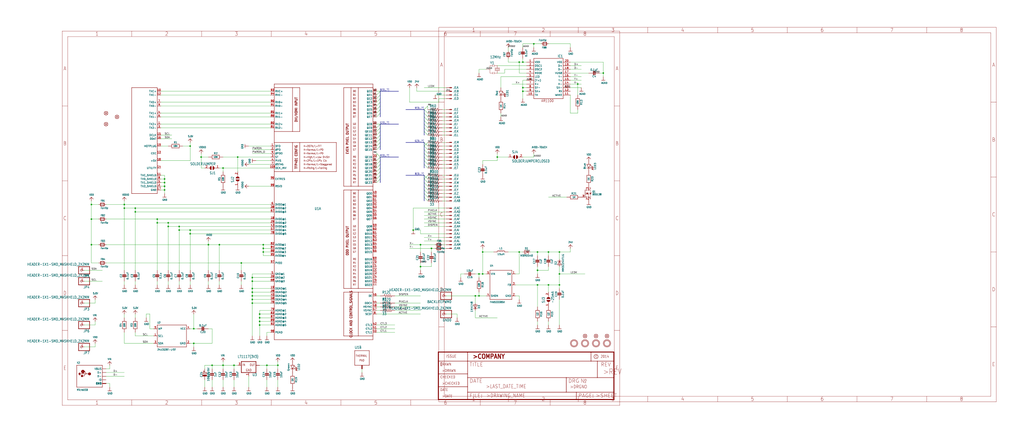
<source format=kicad_sch>
(kicad_sch (version 20211123) (generator eeschema)
  (paper "User" 711.327 301.701)
  (junction (at 144.78 170.18))
  (junction (at 193.04 254))
  (junction (at 124.46 160.02))
  (junction (at 332.74 205.74))
  (junction (at 116.84 154.94))
  (junction (at 419.1 50.8))
  (junction (at 180.34 226.06))
  (junction (at 167.64 182.88))
  (junction (at 124.46 157.48))
  (junction (at 180.34 223.52))
  (junction (at 370.84 30.48))
  (junction (at 401.32 58.42))
  (junction (at 114.3 127))
  (junction (at 182.88 170.18))
  (junction (at 335.28 175.26))
  (junction (at 109.22 152.4))
  (junction (at 132.08 162.56))
  (junction (at 86.36 142.24))
  (junction (at 388.62 198.12))
  (junction (at 360.68 175.26))
  (junction (at 165.1 109.22))
  (junction (at 185.42 254))
  (junction (at 109.22 154.94))
  (junction (at 63.5 170.18))
  (junction (at 63.5 152.4))
  (junction (at 175.26 200.66))
  (junction (at 175.26 205.74))
  (junction (at 388.62 175.26))
  (junction (at 180.34 218.44))
  (junction (at 363.22 63.5))
  (junction (at 162.56 254))
  (junction (at 132.08 101.6))
  (junction (at 175.26 193.04))
  (junction (at 175.26 208.28))
  (junction (at 182.88 175.26))
  (junction (at 345.44 109.22))
  (junction (at 363.22 43.18))
  (junction (at 332.74 190.5))
  (junction (at 134.62 228.6))
  (junction (at 93.98 144.78))
  (junction (at 287.02 160.02))
  (junction (at 116.84 157.48))
  (junction (at 335.28 190.5))
  (junction (at 152.4 170.18))
  (junction (at 373.38 175.26))
  (junction (at 63.5 142.24))
  (junction (at 360.68 43.18))
  (junction (at 180.34 220.98))
  (junction (at 292.1 185.42))
  (junction (at 373.38 187.96))
  (junction (at 114.3 124.46))
  (junction (at 139.7 109.22))
  (junction (at 381 198.12))
  (junction (at 147.32 254))
  (junction (at 363.22 60.96))
  (junction (at 132.08 160.02))
  (junction (at 299.72 172.72))
  (junction (at 388.62 190.5))
  (junction (at 93.98 147.32))
  (junction (at 114.3 129.54))
  (junction (at 175.26 203.2))
  (junction (at 381 175.26))
  (junction (at 182.88 172.72))
  (junction (at 292.1 170.18))
  (junction (at 175.26 195.58))
  (junction (at 86.36 144.78))
  (junction (at 175.26 210.82))
  (junction (at 154.94 254))
  (junction (at 154.94 116.84))
  (junction (at 330.2 205.74))
  (junction (at 114.3 132.08))
  (junction (at 373.38 198.12))
  (junction (at 134.62 238.76))
  (bus_entry (at 297.18 124.46) (size -2.54 -2.54))
  (bus_entry (at 297.18 73.66) (size -2.54 2.54))
  (bus_entry (at 297.18 127) (size -2.54 -2.54))
  (bus_entry (at 261.62 104.14) (size 2.54 -2.54))
  (bus_entry (at 297.18 93.98) (size -2.54 -2.54))
  (bus_entry (at 297.18 88.9) (size -2.54 -2.54))
  (bus_entry (at 297.18 134.62) (size -2.54 -2.54))
  (bus_entry (at 297.18 78.74) (size -2.54 -2.54))
  (bus_entry (at 261.62 78.74) (size 2.54 -2.54))
  (bus_entry (at 297.18 116.84) (size -2.54 -2.54))
  (bus_entry (at 261.62 119.38) (size 2.54 -2.54))
  (bus_entry (at 261.62 66.04) (size 2.54 -2.54))
  (bus_entry (at 297.18 81.28) (size -2.54 -2.54))
  (bus_entry (at 261.62 101.6) (size 2.54 -2.54))
  (bus_entry (at 261.62 91.44) (size 2.54 -2.54))
  (bus_entry (at 261.62 124.46) (size 2.54 -2.54))
  (bus_entry (at 261.62 116.84) (size 2.54 -2.54))
  (bus_entry (at 297.18 121.92) (size -2.54 2.54))
  (bus_entry (at 297.18 83.82) (size -2.54 -2.54))
  (bus_entry (at 261.62 121.92) (size 2.54 -2.54))
  (bus_entry (at 297.18 101.6) (size -2.54 -2.54))
  (bus_entry (at 261.62 127) (size 2.54 -2.54))
  (bus_entry (at 261.62 114.3) (size 2.54 -2.54))
  (bus_entry (at 261.62 81.28) (size 2.54 -2.54))
  (bus_entry (at 261.62 106.68) (size 2.54 2.54))
  (bus_entry (at 261.62 111.76) (size 2.54 -2.54))
  (bus_entry (at 297.18 139.7) (size -2.54 -2.54))
  (bus_entry (at 261.62 93.98) (size 2.54 -2.54))
  (bus_entry (at 297.18 104.14) (size -2.54 -2.54))
  (bus_entry (at 261.62 96.52) (size 2.54 -2.54))
  (bus_entry (at 261.62 68.58) (size 2.54 -2.54))
  (bus_entry (at 297.18 111.76) (size -2.54 -2.54))
  (bus_entry (at 261.62 71.12) (size 2.54 -2.54))
  (bus_entry (at 297.18 86.36) (size -2.54 -2.54))
  (bus_entry (at 297.18 106.68) (size -2.54 -2.54))
  (bus_entry (at 297.18 91.44) (size -2.54 -2.54))
  (bus_entry (at 297.18 99.06) (size -2.54 2.54))
  (bus_entry (at 297.18 132.08) (size -2.54 -2.54))
  (bus_entry (at 261.62 76.2) (size 2.54 -2.54))
  (bus_entry (at 297.18 137.16) (size -2.54 -2.54))
  (bus_entry (at 261.62 99.06) (size 2.54 -2.54))
  (bus_entry (at 297.18 109.22) (size -2.54 -2.54))
  (bus_entry (at 261.62 73.66) (size 2.54 -2.54))
  (bus_entry (at 261.62 88.9) (size 2.54 -2.54))
  (bus_entry (at 297.18 114.3) (size -2.54 -2.54))
  (bus_entry (at 297.18 129.54) (size -2.54 -2.54))
  (wire (pts (xy 347.98 53.34) (xy 347.98 60.96)))
  (wire (pts (xy 365.76 45.72) (xy 345.44 45.72)))
  (wire (pts (xy 66.04 226.06) (xy 66.04 223.52)))
  (wire (pts (xy 187.96 144.78) (xy 93.98 144.78)))
  (wire (pts (xy 124.46 160.02) (xy 124.46 187.96)))
  (wire (pts (xy 309.88 132.08) (xy 307.34 132.08)))
  (wire (pts (xy 111.76 127) (xy 114.3 127)))
  (wire (pts (xy 104.14 228.6) (xy 104.14 218.44)))
  (wire (pts (xy 309.88 91.44) (xy 307.34 91.44)))
  (wire (pts (xy 175.26 210.82) (xy 175.26 233.68)))
  (wire (pts (xy 66.04 210.82) (xy 66.04 208.28)))
  (bus (pts (xy 264.16 78.74) (xy 264.16 76.2)))
  (wire (pts (xy 345.44 109.22) (xy 345.44 106.68)))
  (bus (pts (xy 294.64 137.16) (xy 294.64 139.7)))
  (wire (pts (xy 365.76 55.88) (xy 363.22 55.88)))
  (wire (pts (xy 68.58 170.18) (xy 63.5 170.18)))
  (wire (pts (xy 187.96 170.18) (xy 182.88 170.18)))
  (wire (pts (xy 134.62 238.76) (xy 134.62 241.3)))
  (wire (pts (xy 309.88 81.28) (xy 307.34 81.28)))
  (wire (pts (xy 175.26 200.66) (xy 175.26 203.2)))
  (wire (pts (xy 274.32 215.9) (xy 292.1 215.9)))
  (wire (pts (xy 261.62 86.36) (xy 264.16 86.36)))
  (wire (pts (xy 304.8 71.12) (xy 284.48 71.12)))
  (wire (pts (xy 309.88 139.7) (xy 307.34 139.7)))
  (wire (pts (xy 363.22 43.18) (xy 363.22 40.64)))
  (wire (pts (xy 368.3 175.26) (xy 373.38 175.26)))
  (wire (pts (xy 309.88 111.76) (xy 307.34 111.76)))
  (wire (pts (xy 185.42 264.16) (xy 185.42 269.24)))
  (wire (pts (xy 116.84 157.48) (xy 116.84 154.94)))
  (wire (pts (xy 106.68 238.76) (xy 86.36 238.76)))
  (wire (pts (xy 337.82 48.26) (xy 332.74 48.26)))
  (bus (pts (xy 264.16 71.12) (xy 264.16 68.58)))
  (wire (pts (xy 187.96 190.5) (xy 175.26 190.5)))
  (wire (pts (xy 180.34 220.98) (xy 180.34 223.52)))
  (wire (pts (xy 111.76 124.46) (xy 114.3 124.46)))
  (wire (pts (xy 116.84 157.48) (xy 116.84 187.96)))
  (wire (pts (xy 396.24 55.88) (xy 403.86 55.88)))
  (wire (pts (xy 309.88 106.68) (xy 307.34 106.68)))
  (wire (pts (xy 152.4 195.58) (xy 152.4 198.12)))
  (wire (pts (xy 393.7 137.16) (xy 381 137.16)))
  (wire (pts (xy 76.2 256.54) (xy 76.2 254)))
  (wire (pts (xy 109.22 154.94) (xy 109.22 187.96)))
  (wire (pts (xy 365.76 58.42) (xy 355.6 58.42)))
  (bus (pts (xy 294.64 132.08) (xy 294.64 134.62)))
  (wire (pts (xy 182.88 177.8) (xy 182.88 175.26)))
  (bus (pts (xy 294.64 76.2) (xy 281.94 76.2)))
  (wire (pts (xy 337.82 190.5) (xy 335.28 190.5)))
  (wire (pts (xy 187.96 215.9) (xy 180.34 215.9)))
  (wire (pts (xy 309.88 88.9) (xy 307.34 88.9)))
  (wire (pts (xy 332.74 190.5) (xy 330.2 190.5)))
  (wire (pts (xy 261.62 215.9) (xy 264.16 215.9)))
  (wire (pts (xy 187.96 114.3) (xy 172.72 114.3)))
  (wire (pts (xy 350.52 48.26) (xy 350.52 50.8)))
  (wire (pts (xy 172.72 261.62) (xy 172.72 269.24)))
  (wire (pts (xy 114.3 127) (xy 114.3 129.54)))
  (wire (pts (xy 373.38 185.42) (xy 373.38 187.96)))
  (wire (pts (xy 187.96 162.56) (xy 132.08 162.56)))
  (wire (pts (xy 187.96 231.14) (xy 185.42 231.14)))
  (wire (pts (xy 309.88 86.36) (xy 307.34 86.36)))
  (wire (pts (xy 335.28 111.76) (xy 335.28 114.3)))
  (wire (pts (xy 330.2 215.9) (xy 330.2 220.98)))
  (wire (pts (xy 284.48 71.12) (xy 284.48 60.96)))
  (wire (pts (xy 332.74 205.74) (xy 330.2 205.74)))
  (wire (pts (xy 180.34 215.9) (xy 180.34 218.44)))
  (wire (pts (xy 309.88 172.72) (xy 307.34 172.72)))
  (wire (pts (xy 66.04 241.3) (xy 66.04 238.76)))
  (bus (pts (xy 264.16 114.3) (xy 264.16 116.84)))
  (wire (pts (xy 154.94 256.54) (xy 154.94 254)))
  (wire (pts (xy 175.26 195.58) (xy 175.26 200.66)))
  (wire (pts (xy 114.3 129.54) (xy 114.3 132.08)))
  (bus (pts (xy 294.64 124.46) (xy 294.64 127)))
  (wire (pts (xy 363.22 43.18) (xy 360.68 43.18)))
  (wire (pts (xy 165.1 109.22) (xy 187.96 109.22)))
  (wire (pts (xy 388.62 198.12) (xy 388.62 190.5)))
  (wire (pts (xy 396.24 43.18) (xy 419.1 43.18)))
  (wire (pts (xy 350.52 50.8) (xy 345.44 50.8)))
  (wire (pts (xy 111.76 96.52) (xy 119.38 96.52)))
  (bus (pts (xy 294.64 99.06) (xy 294.64 101.6)))
  (wire (pts (xy 302.26 172.72) (xy 299.72 172.72)))
  (wire (pts (xy 360.68 190.5) (xy 360.68 175.26)))
  (wire (pts (xy 345.44 109.22) (xy 353.06 109.22)))
  (wire (pts (xy 93.98 147.32) (xy 93.98 144.78)))
  (wire (pts (xy 302.26 170.18) (xy 292.1 170.18)))
  (bus (pts (xy 294.64 106.68) (xy 294.64 109.22)))
  (bus (pts (xy 294.64 121.92) (xy 281.94 121.92)))
  (wire (pts (xy 109.22 152.4) (xy 73.66 152.4)))
  (wire (pts (xy 363.22 63.5) (xy 363.22 68.58)))
  (wire (pts (xy 187.96 220.98) (xy 180.34 220.98)))
  (wire (pts (xy 152.4 187.96) (xy 152.4 170.18)))
  (wire (pts (xy 144.78 170.18) (xy 144.78 167.64)))
  (wire (pts (xy 185.42 231.14) (xy 185.42 233.68)))
  (wire (pts (xy 365.76 63.5) (xy 363.22 63.5)))
  (wire (pts (xy 345.44 111.76) (xy 335.28 111.76)))
  (wire (pts (xy 309.88 152.4) (xy 294.64 152.4)))
  (wire (pts (xy 274.32 213.36) (xy 292.1 213.36)))
  (bus (pts (xy 264.16 73.66) (xy 264.16 71.12)))
  (wire (pts (xy 309.88 157.48) (xy 294.64 157.48)))
  (wire (pts (xy 142.24 254) (xy 147.32 254)))
  (wire (pts (xy 309.88 121.92) (xy 307.34 121.92)))
  (wire (pts (xy 332.74 203.2) (xy 332.74 205.74)))
  (wire (pts (xy 187.96 172.72) (xy 182.88 172.72)))
  (wire (pts (xy 175.26 193.04) (xy 175.26 195.58)))
  (bus (pts (xy 294.64 88.9) (xy 294.64 91.44)))
  (wire (pts (xy 388.62 175.26) (xy 396.24 175.26)))
  (wire (pts (xy 388.62 190.5) (xy 406.4 190.5)))
  (wire (pts (xy 309.88 154.94) (xy 294.64 154.94)))
  (bus (pts (xy 264.16 88.9) (xy 264.16 91.44)))
  (wire (pts (xy 73.66 259.08) (xy 86.36 259.08)))
  (wire (pts (xy 132.08 195.58) (xy 132.08 198.12)))
  (wire (pts (xy 401.32 78.74) (xy 396.24 78.74)))
  (wire (pts (xy 363.22 109.22) (xy 370.84 109.22)))
  (wire (pts (xy 167.64 182.88) (xy 73.66 182.88)))
  (bus (pts (xy 264.16 101.6) (xy 264.16 104.14)))
  (bus (pts (xy 264.16 119.38) (xy 264.16 121.92)))
  (wire (pts (xy 261.62 210.82) (xy 264.16 210.82)))
  (wire (pts (xy 381 175.26) (xy 388.62 175.26)))
  (wire (pts (xy 86.36 142.24) (xy 73.66 142.24)))
  (wire (pts (xy 335.28 190.5) (xy 335.28 175.26)))
  (wire (pts (xy 353.06 33.02) (xy 353.06 35.56)))
  (wire (pts (xy 274.32 205.74) (xy 292.1 205.74)))
  (wire (pts (xy 292.1 185.42) (xy 299.72 185.42)))
  (wire (pts (xy 292.1 170.18) (xy 284.48 170.18)))
  (wire (pts (xy 187.96 157.48) (xy 124.46 157.48)))
  (wire (pts (xy 114.3 121.92) (xy 114.3 124.46)))
  (wire (pts (xy 373.38 198.12) (xy 381 198.12)))
  (wire (pts (xy 360.68 50.8) (xy 360.68 43.18)))
  (wire (pts (xy 309.88 137.16) (xy 307.34 137.16)))
  (bus (pts (xy 264.16 116.84) (xy 264.16 119.38)))
  (wire (pts (xy 86.36 220.98) (xy 86.36 218.44)))
  (wire (pts (xy 187.96 111.76) (xy 177.8 111.76)))
  (bus (pts (xy 294.64 134.62) (xy 294.64 137.16)))
  (wire (pts (xy 187.96 208.28) (xy 175.26 208.28)))
  (wire (pts (xy 370.84 30.48) (xy 370.84 33.02)))
  (wire (pts (xy 309.88 114.3) (xy 307.34 114.3)))
  (wire (pts (xy 116.84 195.58) (xy 116.84 198.12)))
  (wire (pts (xy 175.26 190.5) (xy 175.26 193.04)))
  (wire (pts (xy 320.04 190.5) (xy 320.04 193.04)))
  (wire (pts (xy 175.26 203.2) (xy 175.26 205.74)))
  (wire (pts (xy 193.04 254) (xy 193.04 256.54)))
  (wire (pts (xy 396.24 78.74) (xy 396.24 66.04)))
  (wire (pts (xy 365.76 53.34) (xy 347.98 53.34)))
  (wire (pts (xy 144.78 109.22) (xy 139.7 109.22)))
  (wire (pts (xy 309.88 147.32) (xy 294.64 147.32)))
  (wire (pts (xy 347.98 81.28) (xy 347.98 78.74)))
  (wire (pts (xy 187.96 205.74) (xy 175.26 205.74)))
  (wire (pts (xy 162.56 256.54) (xy 162.56 254)))
  (wire (pts (xy 124.46 195.58) (xy 124.46 198.12)))
  (wire (pts (xy 68.58 182.88) (xy 63.5 182.88)))
  (wire (pts (xy 144.78 228.6) (xy 147.32 228.6)))
  (wire (pts (xy 292.1 160.02) (xy 292.1 162.56)))
  (wire (pts (xy 363.22 30.48) (xy 370.84 30.48)))
  (wire (pts (xy 365.76 50.8) (xy 360.68 50.8)))
  (wire (pts (xy 261.62 218.44) (xy 292.1 218.44)))
  (wire (pts (xy 132.08 162.56) (xy 132.08 160.02)))
  (wire (pts (xy 86.36 139.7) (xy 86.36 142.24)))
  (wire (pts (xy 309.88 109.22) (xy 307.34 109.22)))
  (wire (pts (xy 147.32 254) (xy 154.94 254)))
  (wire (pts (xy 309.88 66.04) (xy 302.26 66.04)))
  (wire (pts (xy 401.32 66.04) (xy 401.32 58.42)))
  (wire (pts (xy 114.3 124.46) (xy 114.3 127)))
  (wire (pts (xy 299.72 172.72) (xy 284.48 172.72)))
  (bus (pts (xy 294.64 109.22) (xy 294.64 111.76)))
  (bus (pts (xy 294.64 76.2) (xy 294.64 78.74)))
  (wire (pts (xy 396.24 50.8) (xy 408.94 50.8)))
  (bus (pts (xy 264.16 109.22) (xy 276.86 109.22)))
  (wire (pts (xy 358.14 190.5) (xy 360.68 190.5)))
  (wire (pts (xy 309.88 170.18) (xy 307.34 170.18)))
  (wire (pts (xy 73.66 266.7) (xy 76.2 266.7)))
  (wire (pts (xy 187.96 203.2) (xy 175.26 203.2)))
  (wire (pts (xy 373.38 175.26) (xy 381 175.26)))
  (wire (pts (xy 93.98 220.98) (xy 93.98 218.44)))
  (wire (pts (xy 261.62 63.5) (xy 264.16 63.5)))
  (wire (pts (xy 381 177.8) (xy 381 175.26)))
  (bus (pts (xy 294.64 114.3) (xy 294.64 116.84)))
  (bus (pts (xy 264.16 66.04) (xy 264.16 63.5)))
  (wire (pts (xy 353.06 175.26) (xy 360.68 175.26)))
  (wire (pts (xy 358.14 205.74) (xy 360.68 205.74)))
  (wire (pts (xy 182.88 172.72) (xy 182.88 170.18)))
  (wire (pts (xy 309.88 127) (xy 307.34 127)))
  (wire (pts (xy 373.38 177.8) (xy 373.38 175.26)))
  (wire (pts (xy 167.64 195.58) (xy 167.64 198.12)))
  (wire (pts (xy 142.24 116.84) (xy 139.7 116.84)))
  (wire (pts (xy 132.08 101.6) (xy 132.08 99.06)))
  (bus (pts (xy 294.64 86.36) (xy 294.64 88.9)))
  (wire (pts (xy 365.76 60.96) (xy 363.22 60.96)))
  (wire (pts (xy 370.84 109.22) (xy 370.84 106.68)))
  (wire (pts (xy 187.96 218.44) (xy 180.34 218.44)))
  (wire (pts (xy 111.76 66.04) (xy 187.96 66.04)))
  (wire (pts (xy 360.68 205.74) (xy 360.68 208.28)))
  (wire (pts (xy 261.62 228.6) (xy 274.32 228.6)))
  (wire (pts (xy 381 203.2) (xy 381 198.12)))
  (wire (pts (xy 388.62 208.28) (xy 388.62 226.06)))
  (bus (pts (xy 264.16 99.06) (xy 264.16 101.6)))
  (wire (pts (xy 63.5 152.4) (xy 63.5 142.24)))
  (wire (pts (xy 109.22 195.58) (xy 109.22 198.12)))
  (bus (pts (xy 264.16 86.36) (xy 276.86 86.36)))
  (wire (pts (xy 373.38 226.06) (xy 373.38 223.52)))
  (wire (pts (xy 292.1 162.56) (xy 309.88 162.56)))
  (wire (pts (xy 101.6 218.44) (xy 101.6 220.98)))
  (wire (pts (xy 139.7 109.22) (xy 139.7 106.68)))
  (wire (pts (xy 187.96 193.04) (xy 175.26 193.04)))
  (wire (pts (xy 317.5 218.44) (xy 317.5 220.98)))
  (bus (pts (xy 294.64 91.44) (xy 294.64 93.98)))
  (wire (pts (xy 187.96 106.68) (xy 175.26 106.68)))
  (wire (pts (xy 396.24 53.34) (xy 403.86 53.34)))
  (wire (pts (xy 309.88 68.58) (xy 304.8 68.58)))
  (wire (pts (xy 261.62 205.74) (xy 264.16 205.74)))
  (bus (pts (xy 264.16 86.36) (xy 264.16 88.9)))
  (wire (pts (xy 68.58 152.4) (xy 63.5 152.4)))
  (wire (pts (xy 86.36 144.78) (xy 86.36 187.96)))
  (wire (pts (xy 396.24 30.48) (xy 396.24 33.02)))
  (wire (pts (xy 335.28 172.72) (xy 335.28 175.26)))
  (wire (pts (xy 114.3 132.08) (xy 114.3 134.62)))
  (wire (pts (xy 309.88 144.78) (xy 287.02 144.78)))
  (bus (pts (xy 264.16 111.76) (xy 264.16 114.3)))
  (wire (pts (xy 63.5 170.18) (xy 63.5 152.4)))
  (wire (pts (xy 335.28 175.26) (xy 342.9 175.26)))
  (wire (pts (xy 187.96 200.66) (xy 175.26 200.66)))
  (wire (pts (xy 416.56 50.8) (xy 419.1 50.8)))
  (wire (pts (xy 111.76 121.92) (xy 114.3 121.92)))
  (bus (pts (xy 294.64 83.82) (xy 294.64 86.36)))
  (wire (pts (xy 187.96 101.6) (xy 172.72 101.6)))
  (wire (pts (xy 93.98 233.68) (xy 93.98 231.14)))
  (wire (pts (xy 58.42 187.96) (xy 71.12 187.96)))
  (wire (pts (xy 299.72 175.26) (xy 299.72 172.72)))
  (wire (pts (xy 419.1 43.18) (xy 419.1 50.8)))
  (wire (pts (xy 187.96 104.14) (xy 175.26 104.14)))
  (wire (pts (xy 182.88 175.26) (xy 182.88 172.72)))
  (wire (pts (xy 363.22 33.02) (xy 363.22 30.48)))
  (wire (pts (xy 375.92 30.48) (xy 370.84 30.48)))
  (wire (pts (xy 58.42 241.3) (xy 66.04 241.3)))
  (wire (pts (xy 396.24 48.26) (xy 403.86 48.26)))
  (wire (pts (xy 68.58 142.24) (xy 63.5 142.24)))
  (wire (pts (xy 111.76 101.6) (xy 116.84 101.6)))
  (wire (pts (xy 111.76 132.08) (xy 114.3 132.08)))
  (wire (pts (xy 251.46 256.54) (xy 251.46 259.08)))
  (wire (pts (xy 142.24 256.54) (xy 142.24 254)))
  (wire (pts (xy 144.78 170.18) (xy 73.66 170.18)))
  (wire (pts (xy 396.24 175.26) (xy 396.24 172.72)))
  (bus (pts (xy 264.16 68.58) (xy 264.16 66.04)))
  (wire (pts (xy 144.78 187.96) (xy 144.78 170.18)))
  (wire (pts (xy 167.64 182.88) (xy 167.64 187.96)))
  (wire (pts (xy 187.96 195.58) (xy 175.26 195.58)))
  (bus (pts (xy 264.16 109.22) (xy 264.16 111.76)))
  (wire (pts (xy 134.62 228.6) (xy 134.62 218.44)))
  (wire (pts (xy 381 187.96) (xy 373.38 187.96)))
  (wire (pts (xy 111.76 129.54) (xy 114.3 129.54)))
  (wire (pts (xy 332.74 48.26) (xy 332.74 50.8)))
  (wire (pts (xy 111.76 78.74) (xy 187.96 78.74)))
  (wire (pts (xy 363.22 60.96) (xy 363.22 63.5)))
  (wire (pts (xy 330.2 205.74) (xy 309.88 205.74)))
  (wire (pts (xy 274.32 210.82) (xy 292.1 210.82)))
  (wire (pts (xy 132.08 238.76) (xy 134.62 238.76)))
  (wire (pts (xy 381 198.12) (xy 388.62 198.12)))
  (wire (pts (xy 292.1 182.88) (xy 292.1 185.42)))
  (bus (pts (xy 294.64 104.14) (xy 294.64 106.68)))
  (wire (pts (xy 388.62 180.34) (xy 388.62 175.26)))
  (wire (pts (xy 401.32 78.74) (xy 401.32 76.2)))
  (wire (pts (xy 309.88 165.1) (xy 294.64 165.1)))
  (wire (pts (xy 187.96 142.24) (xy 86.36 142.24)))
  (wire (pts (xy 261.62 231.14) (xy 274.32 231.14)))
  (wire (pts (xy 187.96 223.52) (xy 180.34 223.52)))
  (wire (pts (xy 317.5 218.44) (xy 309.88 218.44)))
  (wire (pts (xy 180.34 254) (xy 185.42 254)))
  (wire (pts (xy 58.42 195.58) (xy 71.12 195.58)))
  (wire (pts (xy 152.4 170.18) (xy 144.78 170.18)))
  (wire (pts (xy 365.76 43.18) (xy 363.22 43.18)))
  (wire (pts (xy 86.36 144.78) (xy 86.36 142.24)))
  (wire (pts (xy 63.5 182.88) (xy 63.5 170.18)))
  (wire (pts (xy 330.2 220.98) (xy 345.44 220.98)))
  (wire (pts (xy 111.76 93.98) (xy 119.38 93.98)))
  (wire (pts (xy 401.32 58.42) (xy 403.86 58.42)))
  (wire (pts (xy 363.22 55.88) (xy 363.22 60.96)))
  (wire (pts (xy 309.88 76.2) (xy 307.34 76.2)))
  (bus (pts (xy 264.16 96.52) (xy 264.16 99.06)))
  (wire (pts (xy 187.96 210.82) (xy 175.26 210.82)))
  (wire (pts (xy 137.16 228.6) (xy 134.62 228.6)))
  (wire (pts (xy 309.88 101.6) (xy 307.34 101.6)))
  (wire (pts (xy 388.62 200.66) (xy 388.62 198.12)))
  (wire (pts (xy 111.76 71.12) (xy 187.96 71.12)))
  (wire (pts (xy 124.46 160.02) (xy 124.46 157.48)))
  (wire (pts (xy 187.96 160.02) (xy 132.08 160.02)))
  (wire (pts (xy 104.14 218.44) (xy 101.6 218.44)))
  (wire (pts (xy 116.84 154.94) (xy 109.22 154.94)))
  (wire (pts (xy 332.74 193.04) (xy 332.74 190.5)))
  (bus (pts (xy 264.16 63.5) (xy 276.86 63.5)))
  (wire (pts (xy 154.94 119.38) (xy 154.94 116.84)))
  (wire (pts (xy 147.32 228.6) (xy 147.32 238.76)))
  (wire (pts (xy 111.76 73.66) (xy 187.96 73.66)))
  (wire (pts (xy 292.1 175.26) (xy 292.1 170.18)))
  (wire (pts (xy 360.68 175.26) (xy 363.22 175.26)))
  (wire (pts (xy 111.76 88.9) (xy 187.96 88.9)))
  (wire (pts (xy 373.38 213.36) (xy 373.38 198.12)))
  (wire (pts (xy 287.02 160.02) (xy 292.1 160.02)))
  (wire (pts (xy 63.5 142.24) (xy 63.5 139.7)))
  (wire (pts (xy 58.42 226.06) (xy 66.04 226.06)))
  (wire (pts (xy 73.66 256.54) (xy 76.2 256.54)))
  (wire (pts (xy 309.88 149.86) (xy 294.64 149.86)))
  (wire (pts (xy 309.88 167.64) (xy 294.64 167.64)))
  (wire (pts (xy 187.96 116.84) (xy 154.94 116.84)))
  (wire (pts (xy 109.22 154.94) (xy 109.22 152.4)))
  (wire (pts (xy 381 30.48) (xy 396.24 30.48)))
  (bus (pts (xy 264.16 81.28) (xy 264.16 78.74)))
  (wire (pts (xy 289.56 63.5) (xy 289.56 60.96)))
  (wire (pts (xy 180.34 218.44) (xy 180.34 220.98)))
  (wire (pts (xy 187.96 182.88) (xy 167.64 182.88)))
  (wire (pts (xy 165.1 109.22) (xy 165.1 119.38)))
  (wire (pts (xy 154.94 254) (xy 154.94 251.46)))
  (wire (pts (xy 292.1 185.42) (xy 292.1 187.96)))
  (wire (pts (xy 175.26 208.28) (xy 175.26 210.82)))
  (wire (pts (xy 309.88 99.06) (xy 307.34 99.06)))
  (wire (pts (xy 127 101.6) (xy 132.08 101.6)))
  (wire (pts (xy 162.56 264.16) (xy 162.56 269.24)))
  (wire (pts (xy 76.2 266.7) (xy 76.2 269.24)))
  (wire (pts (xy 111.76 63.5) (xy 187.96 63.5)))
  (wire (pts (xy 337.82 205.74) (xy 332.74 205.74)))
  (bus (pts (xy 294.64 101.6) (xy 294.64 104.14)))
  (wire (pts (xy 182.88 170.18) (xy 152.4 170.18)))
  (wire (pts (xy 93.98 233.68) (xy 106.68 233.68)))
  (wire (pts (xy 132.08 111.76) (xy 111.76 111.76)))
  (wire (pts (xy 419.1 50.8) (xy 419.1 53.34)))
  (wire (pts (xy 309.88 124.46) (xy 307.34 124.46)))
  (wire (pts (xy 388.62 190.5) (xy 388.62 185.42)))
  (bus (pts (xy 294.64 111.76) (xy 294.64 114.3)))
  (wire (pts (xy 358.14 198.12) (xy 373.38 198.12)))
  (wire (pts (xy 175.26 205.74) (xy 175.26 208.28)))
  (wire (pts (xy 139.7 116.84) (xy 139.7 109.22)))
  (wire (pts (xy 124.46 157.48) (xy 116.84 157.48)))
  (wire (pts (xy 86.36 195.58) (xy 86.36 198.12)))
  (wire (pts (xy 142.24 269.24) (xy 142.24 264.16)))
  (wire (pts (xy 309.88 83.82) (xy 307.34 83.82)))
  (wire (pts (xy 332.74 190.5) (xy 335.28 190.5)))
  (wire (pts (xy 261.62 213.36) (xy 264.16 213.36)))
  (wire (pts (xy 185.42 254) (xy 185.42 256.54)))
  (wire (pts (xy 309.88 63.5) (xy 289.56 63.5)))
  (wire (pts (xy 93.98 147.32) (xy 93.98 187.96)))
  (wire (pts (xy 187.96 152.4) (xy 109.22 152.4)))
  (wire (pts (xy 132.08 228.6) (xy 134.62 228.6)))
  (wire (pts (xy 187.96 154.94) (xy 116.84 154.94)))
  (wire (pts (xy 154.94 264.16) (xy 154.94 269.24)))
  (wire (pts (xy 322.58 190.5) (xy 320.04 190.5)))
  (wire (pts (xy 93.98 195.58) (xy 93.98 198.12)))
  (wire (pts (xy 58.42 210.82) (xy 66.04 210.82)))
  (wire (pts (xy 309.88 78.74) (xy 307.34 78.74)))
  (wire (pts (xy 180.34 226.06) (xy 180.34 233.68)))
  (wire (pts (xy 154.94 116.84) (xy 152.4 116.84)))
  (wire (pts (xy 345.44 111.76) (xy 345.44 109.22)))
  (wire (pts (xy 353.06 43.18) (xy 353.06 40.64)))
  (wire (pts (xy 309.88 134.62) (xy 307.34 134.62)))
  (wire (pts (xy 187.96 129.54) (xy 172.72 129.54)))
  (wire (pts (xy 381 185.42) (xy 381 187.96)))
  (wire (pts (xy 147.32 238.76) (xy 134.62 238.76)))
  (bus (pts (xy 294.64 129.54) (xy 294.64 132.08)))
  (wire (pts (xy 106.68 228.6) (xy 104.14 228.6)))
  (wire (pts (xy 365.76 48.26) (xy 350.52 48.26)))
  (wire (pts (xy 360.68 43.18) (xy 353.06 43.18)))
  (wire (pts (xy 132.08 101.6) (xy 132.08 111.76)))
  (bus (pts (xy 294.64 81.28) (xy 294.64 83.82)))
  (bus (pts (xy 264.16 76.2) (xy 264.16 73.66)))
  (wire (pts (xy 297.18 76.2) (xy 297.18 73.66)))
  (wire (pts (xy 304.8 68.58) (xy 304.8 71.12)))
  (wire (pts (xy 261.62 226.06) (xy 274.32 226.06)))
  (wire (pts (xy 162.56 254) (xy 154.94 254)))
  (wire (pts (xy 73.66 261.62) (xy 86.36 261.62)))
  (wire (pts (xy 187.96 175.26) (xy 182.88 175.26)))
  (wire (pts (xy 261.62 109.22) (xy 261.62 106.68)))
  (wire (pts (xy 287.02 144.78) (xy 287.02 160.02)))
  (wire (pts (xy 147.32 256.54) (xy 147.32 254)))
  (bus (pts (xy 264.16 124.46) (xy 264.16 127)))
  (wire (pts (xy 180.34 223.52) (xy 180.34 226.06)))
  (wire (pts (xy 396.24 58.42) (xy 401.32 58.42)))
  (bus (pts (xy 294.64 121.92) (xy 294.64 124.46)))
  (wire (pts (xy 185.42 254) (xy 193.04 254)))
  (wire (pts (xy 381 226.06) (xy 381 223.52)))
  (wire (pts (xy 396.24 45.72) (xy 403.86 45.72)))
  (wire (pts (xy 396.24 60.96) (xy 403.86 60.96)))
  (wire (pts (xy 144.78 195.58) (xy 144.78 198.12)))
  (wire (pts (xy 373.38 187.96) (xy 373.38 190.5)))
  (wire (pts (xy 147.32 269.24) (xy 147.32 264.16)))
  (wire (pts (xy 132.08 160.02) (xy 124.46 160.02)))
  (wire (pts (xy 309.88 129.54) (xy 307.34 129.54)))
  (wire (pts (xy 93.98 144.78) (xy 86.36 144.78)))
  (wire (pts (xy 309.88 104.14) (xy 307.34 104.14)))
  (wire (pts (xy 132.08 162.56) (xy 132.08 187.96)))
  (wire (pts (xy 165.1 109.22) (xy 154.94 109.22)))
  (wire (pts (xy 111.76 86.36) (xy 187.96 86.36)))
  (wire (pts (xy 193.04 254) (xy 193.04 251.46)))
  (bus (pts (xy 264.16 91.44) (xy 264.16 93.98)))
  (bus (pts (xy 264.16 93.98) (xy 264.16 96.52)))
  (wire (pts (xy 165.1 254) (xy 162.56 254)))
  (wire (pts (xy 309.88 93.98) (xy 307.34 93.98)))
  (wire (pts (xy 187.96 226.06) (xy 180.34 226.06)))
  (wire (pts (xy 86.36 238.76) (xy 86.36 231.14)))
  (wire (pts (xy 187.96 177.8) (xy 182.88 177.8)))
  (bus (pts (xy 294.64 78.74) (xy 294.64 81.28)))
  (wire (pts (xy 299.72 185.42) (xy 299.72 182.88)))
  (wire (pts (xy 111.76 81.28) (xy 187.96 81.28)))
  (wire (pts (xy 193.04 264.16) (xy 193.04 269.24)))
  (bus (pts (xy 294.64 99.06) (xy 281.94 99.06)))
  (wire (pts (xy 187.96 147.32) (xy 93.98 147.32)))
  (bus (pts (xy 264.16 121.92) (xy 264.16 124.46)))
  (wire (pts (xy 309.88 60.96) (xy 294.64 60.96)))
  (wire (pts (xy 309.88 116.84) (xy 307.34 116.84)))
  (wire (pts (xy 330.2 205.74) (xy 330.2 210.82)))
  (bus (pts (xy 294.64 127) (xy 294.64 129.54)))
  (label "G7" (at 261.62 104.14 180) (effects (font (size 1.016 1.016))))
  (label "B3" (at 297.18 129.54 0) (effects (font (size 1.016 1.016))))
  (label "PIXCLK" (at 276.86 210.82 0) (effects (font (size 1.2446 1.2446))))
  (label "G4" (at 297.18 109.22 0) (effects (font (size 1.016 1.016))))
  (label "G4" (at 261.62 96.52 180) (effects (font (size 1.016 1.016))))
  (label "G5" (at 261.62 99.06 180) (effects (font (size 1.016 1.016))))
  (label "B4" (at 261.62 73.66 180) (effects (font (size 1.016 1.016))))
  (label "AGND" (at 416.56 50.8 180) (effects (font (size 1.016 1.016))))
  (label "R3" (at 261.62 116.84 180) (effects (font (size 1.016 1.016))))
  (label "R[0..7]" (at 294.64 76.2 180) (effects (font (size 1.2446 1.2446))))
  (label "B6" (at 297.18 137.16 0) (effects (font (size 1.016 1.016))))
  (label "G0" (at 297.18 99.06 0) (effects (font (size 1.016 1.016))))
  (label "SCL" (at 99.06 233.68 0) (effects (font (size 1.2446 1.2446))))
  (label "B7" (at 297.18 139.7 0) (effects (font (size 1.016 1.016))))
  (label "G6" (at 297.18 114.3 0) (effects (font (size 1.016 1.016))))
  (label "G3" (at 297.18 106.68 0) (effects (font (size 1.016 1.016))))
  (label "R1" (at 261.62 111.76 180) (effects (font (size 1.016 1.016))))
  (label "ACTIVE" (at 297.18 149.86 0) (effects (font (size 1.2446 1.2446))))
  (label "B[0..7]" (at 294.64 121.92 180) (effects (font (size 1.2446 1.2446))))
  (label "PIXCLK" (at 297.18 147.32 0) (effects (font (size 1.2446 1.2446))))
  (label "R6" (at 261.62 124.46 180) (effects (font (size 1.016 1.016))))
  (label "R3" (at 297.18 83.82 0) (effects (font (size 1.016 1.016))))
  (label "AGND" (at 337.82 48.26 0) (effects (font (size 1.016 1.016))))
  (label "R2" (at 261.62 114.3 180) (effects (font (size 1.016 1.016))))
  (label "D-" (at 78.74 261.62 0) (effects (font (size 1.2446 1.2446))))
  (label "ACTIVE" (at 332.74 220.98 0) (effects (font (size 1.2446 1.2446))))
  (label "R[0..7]" (at 270.51 109.22 180) (effects (font (size 1.2446 1.2446))))
  (label "G2" (at 297.18 104.14 0) (effects (font (size 1.016 1.016))))
  (label "SDA" (at 114.3 96.52 0) (effects (font (size 1.2446 1.2446))))
  (label "HSYNC" (at 297.18 152.4 0) (effects (font (size 1.2446 1.2446))))
  (label "R6" (at 297.18 91.44 0) (effects (font (size 1.016 1.016))))
  (label "X-" (at 398.78 58.42 0) (effects (font (size 1.2446 1.2446))))
  (label "R5" (at 261.62 121.92 180) (effects (font (size 1.016 1.016))))
  (label "VSYNC" (at 297.18 154.94 0) (effects (font (size 1.2446 1.2446))))
  (label "SCL" (at 63.5 195.58 0) (effects (font (size 1.2446 1.2446))))
  (label "R5" (at 297.18 88.9 0) (effects (font (size 1.016 1.016))))
  (label "SDA" (at 63.5 187.96 0) (effects (font (size 1.2446 1.2446))))
  (label "24V" (at 309.88 63.5 0) (effects (font (size 1.016 1.016))))
  (label "DISPEN" (at 297.18 157.48 0) (effects (font (size 1.2446 1.2446))))
  (label "Y+" (at 297.18 167.64 0) (effects (font (size 1.2446 1.2446))))
  (label "SCL" (at 114.3 93.98 0) (effects (font (size 1.2446 1.2446))))
  (label "G1" (at 261.62 88.9 180) (effects (font (size 1.016 1.016))))
  (label "B5" (at 261.62 76.2 180) (effects (font (size 1.016 1.016))))
  (label "AGND" (at 396.24 60.96 180) (effects (font (size 1.016 1.016))))
  (label "R2" (at 297.18 81.28 0) (effects (font (size 1.016 1.016))))
  (label "D-" (at 398.78 48.26 0) (effects (font (size 1.2446 1.2446))))
  (label "PWRDN" (at 175.26 104.14 0) (effects (font (size 1.2446 1.2446))))
  (label "G3" (at 261.62 93.98 180) (effects (font (size 1.016 1.016))))
  (label "AVDD2" (at 353.06 33.02 0) (effects (font (size 1.016 1.016))))
  (label "Y+" (at 398.78 55.88 0) (effects (font (size 1.2446 1.2446))))
  (label "D+" (at 78.74 259.08 0) (effects (font (size 1.2446 1.2446))))
  (label "B2" (at 261.62 68.58 180) (effects (font (size 1.016 1.016))))
  (label "CTL2" (at 264.16 228.6 0) (effects (font (size 1.2446 1.2446))))
  (label "B0" (at 261.62 63.5 180) (effects (font (size 1.016 1.016))))
  (label "B4" (at 297.18 132.08 0) (effects (font (size 1.016 1.016))))
  (label "R0" (at 261.62 106.68 180) (effects (font (size 1.016 1.016))))
  (label "B6" (at 261.62 78.74 180) (effects (font (size 1.016 1.016))))
  (label "G5" (at 297.18 111.76 0) (effects (font (size 1.016 1.016))))
  (label "ACTIVE" (at 383.54 137.16 0) (effects (font (size 1.2446 1.2446))))
  (label "B7" (at 261.62 81.28 180) (effects (font (size 1.016 1.016))))
  (label "X+" (at 297.18 165.1 0) (effects (font (size 1.2446 1.2446))))
  (label "AVDD2" (at 370.84 109.22 0) (effects (font (size 1.016 1.016))))
  (label "G2" (at 261.62 91.44 180) (effects (font (size 1.016 1.016))))
  (label "SDA" (at 99.06 238.76 0) (effects (font (size 1.2446 1.2446))))
  (label "DISPEN" (at 276.86 205.74 0) (effects (font (size 1.2446 1.2446))))
  (label "B1" (at 297.18 124.46 0) (effects (font (size 1.016 1.016))))
  (label "24V" (at 368.3 175.26 180) (effects (font (size 1.016 1.016))))
  (label "G1" (at 297.18 101.6 0) (effects (font (size 1.016 1.016))))
  (label "VSYNC" (at 276.86 215.9 0) (effects (font (size 1.2446 1.2446))))
  (label "R7" (at 297.18 93.98 0) (effects (font (size 1.016 1.016))))
  (label "R4" (at 261.62 119.38 180) (effects (font (size 1.016 1.016))))
  (label "ACTIVE" (at 276.86 218.44 0) (effects (font (size 1.2446 1.2446))))
  (label "X-" (at 284.48 170.18 0) (effects (font (size 1.2446 1.2446))))
  (label "R7" (at 261.62 127 180) (effects (font (size 1.016 1.016))))
  (label "AGND" (at 347.98 81.28 0) (effects (font (size 1.016 1.016))))
  (label "D+" (at 398.78 45.72 0) (effects (font (size 1.2446 1.2446))))
  (label "LEDK" (at 297.18 60.96 0) (effects (font (size 1.2446 1.2446))))
  (label "HSYNC" (at 276.86 213.36 0) (effects (font (size 1.2446 1.2446))))
  (label "AGND" (at 363.22 33.02 0) (effects (font (size 1.016 1.016))))
  (label "Y-" (at 284.48 172.72 0) (effects (font (size 1.2446 1.2446))))
  (label "G0" (at 261.62 86.36 180) (effects (font (size 1.016 1.016))))
  (label "AGND" (at 292.1 182.88 0) (effects (font (size 1.016 1.016))))
  (label "CTL3" (at 264.16 226.06 0) (effects (font (size 1.2446 1.2446))))
  (label "B5" (at 297.18 134.62 0) (effects (font (size 1.016 1.016))))
  (label "R0" (at 297.18 73.66 0) (effects (font (size 1.016 1.016))))
  (label "Y-" (at 398.78 53.34 0) (effects (font (size 1.2446 1.2446))))
  (label "B[0..7]" (at 270.51 63.5 180) (effects (font (size 1.2446 1.2446))))
  (label "G[0..7]" (at 294.64 99.06 180) (effects (font (size 1.2446 1.2446))))
  (label "R4" (at 297.18 86.36 0) (effects (font (size 1.016 1.016))))
  (label "B3" (at 261.62 71.12 180) (effects (font (size 1.016 1.016))))
  (label "PWRDN_O" (at 175.26 106.68 0) (effects (font (size 1.2446 1.2446))))
  (label "B1" (at 261.62 66.04 180) (effects (font (size 1.016 1.016))))
  (label "B0" (at 297.18 121.92 0) (effects (font (size 1.016 1.016))))
  (label "G6" (at 261.62 101.6 180) (effects (font (size 1.016 1.016))))
  (label "X+" (at 358.14 58.42 0) (effects (font (size 1.2446 1.2446))))
  (label "CTL1" (at 264.16 231.14 0) (effects (font (size 1.2446 1.2446))))
  (label "G7" (at 297.18 116.84 0) (effects (font (size 1.016 1.016))))
  (label "AGND" (at 365.76 55.88 0) (effects (font (size 1.016 1.016))))
  (label "R1" (at 297.18 78.74 0) (effects (font (size 1.016 1.016))))
  (label "LEDK" (at 396.24 190.5 0) (effects (font (size 1.2446 1.2446))))
  (label "G[0..7]" (at 270.51 86.36 180) (effects (font (size 1.2446 1.2446))))
  (label "B2" (at 297.18 127 0) (effects (font (size 1.016 1.016))))
  (symbol (lib_id "schematicEagle-eagle-import:TFTLCD-KD50G21-40NT-A1") (at 312.42 81.28 0) (unit 7)
    (property "Reference" "J1" (at 314.96 82.042 0) (effects (font (size 1.524 1.2954)) (justify left bottom)))
    (property "Value" "TFTLCD-KD50G21-40NT-A1" (effects hide))
    (property "Footprint" "schematicEagle:TFTLCD-KD50G21-40NT-A1" (effects hide))
  )
  (symbol (lib_id "schematicEagle-eagle-import:GND") (at 302.26 68.58 0) (unit 1)
    (property "Reference" "#U$55" (effects hide))
    (property "Value" "GND" (at 303.276 66.04 0) (effects (font (size 1.27 1.0795)) (justify left bottom)))
    (property "Footprint" "schematicEagle:" (effects hide))
  )
  (symbol (lib_id "schematicEagle-eagle-import:GND") (at 287.02 162.56 0) (unit 1)
    (property "Reference" "#U$59" (effects hide))
    (property "Value" "GND" (at 288.036 160.02 0) (effects (font (size 1.27 1.0795)) (justify left bottom)))
    (property "Footprint" "schematicEagle:" (effects hide))
  )
  (symbol (lib_id "schematicEagle-eagle-import:FERRITE_0805MP") (at 71.12 142.24 0) (unit 1)
    (property "Reference" "FB1" (at 69.85 140.335 0) (effects (font (size 1.27 1.0795)) (justify left bottom)))
    (property "Value" "Ferrite" (at 69.85 145.415 0) (effects (font (size 1.27 1.0795)) (justify left bottom)))
    (property "Footprint" "schematicEagle:_0805MP" (effects hide))
  )
  (symbol (lib_id "schematicEagle-eagle-import:TFTLCD-KD50G21-40NT-A1") (at 312.42 121.92 0) (unit 21)
    (property "Reference" "J1" (at 314.96 122.682 0) (effects (font (size 1.524 1.2954)) (justify left bottom)))
    (property "Value" "TFTLCD-KD50G21-40NT-A1" (effects hide))
    (property "Footprint" "schematicEagle:TFTLCD-KD50G21-40NT-A1" (effects hide))
  )
  (symbol (lib_id "schematicEagle-eagle-import:GND") (at 152.4 200.66 0) (unit 1)
    (property "Reference" "#U$6" (effects hide))
    (property "Value" "GND" (at 150.876 203.2 0) (effects (font (size 1.27 1.0795)) (justify left bottom)))
    (property "Footprint" "schematicEagle:" (effects hide))
  )
  (symbol (lib_id "schematicEagle-eagle-import:GND") (at 134.62 243.84 0) (unit 1)
    (property "Reference" "#U$7" (effects hide))
    (property "Value" "GND" (at 133.096 246.38 0) (effects (font (size 1.27 1.0795)) (justify left bottom)))
    (property "Footprint" "schematicEagle:" (effects hide))
  )
  (symbol (lib_id "schematicEagle-eagle-import:RESISTOR_4PACK_US") (at 302.26 101.6 0) (unit 3)
    (property "Reference" "R8" (at 298.45 100.1014 0) (effects (font (size 1.778 1.5113)) (justify left bottom)))
    (property "Value" "33" (at 298.45 104.902 0) (effects (font (size 1.778 1.5113)) (justify left bottom)))
    (property "Footprint" "schematicEagle:RESPACK_4X0603" (effects hide))
  )
  (symbol (lib_id "schematicEagle-eagle-import:VDDIO") (at 139.7 104.14 0) (unit 1)
    (property "Reference" "#U$21" (effects hide))
    (property "Value" "VDDIO" (at 138.176 103.124 0) (effects (font (size 1.27 1.0795)) (justify left bottom)))
    (property "Footprint" "schematicEagle:" (effects hide))
  )
  (symbol (lib_id "schematicEagle-eagle-import:SOLDERJUMPERCLOSED") (at 381 208.28 90) (unit 1)
    (property "Reference" "SJ3" (at 378.46 210.82 0) (effects (font (size 1.778 1.5113)) (justify left bottom)))
    (property "Value" "-25mA" (at 384.81 210.82 0) (effects (font (size 1.778 1.5113)) (justify left bottom)))
    (property "Footprint" "schematicEagle:SOLDERJUMPER_CLOSEDWIRE" (effects hide))
  )
  (symbol (lib_id "schematicEagle-eagle-import:RESISTOR_0805MP") (at 154.94 124.46 90) (unit 1)
    (property "Reference" "R5" (at 152.4 124.46 0))
    (property "Value" "10K" (at 154.94 124.46 0) (effects (font (size 1.016 1.016) bold)))
    (property "Footprint" "schematicEagle:_0805MP" (effects hide))
  )
  (symbol (lib_id "schematicEagle-eagle-import:FIDUCIAL{dblquote}{dblquote}") (at 73.66 86.36 0) (unit 1)
    (property "Reference" "FID5" (effects hide))
    (property "Value" "FIDUCIAL{dblquote}{dblquote}" (effects hide))
    (property "Footprint" "schematicEagle:FIDUCIAL_1MM" (effects hide))
  )
  (symbol (lib_id "schematicEagle-eagle-import:HDMI_MOLEX_47151DIM") (at 99.06 96.52 0) (mirror y) (unit 1)
    (property "Reference" "X1" (effects hide))
    (property "Value" "47151-0001" (effects hide))
    (property "Footprint" "schematicEagle:HDMI_MOLEX_47151-0001_DIMLAYER" (effects hide))
  )
  (symbol (lib_id "schematicEagle-eagle-import:TFTLCD-KD50G21-40NT-A1") (at 312.42 167.64 0) (unit 38)
    (property "Reference" "J1" (at 314.96 168.402 0) (effects (font (size 1.524 1.2954)) (justify left bottom)))
    (property "Value" "TFTLCD-KD50G21-40NT-A1" (effects hide))
    (property "Footprint" "schematicEagle:TFTLCD-KD50G21-40NT-A1" (effects hide))
  )
  (symbol (lib_id "schematicEagle-eagle-import:TFTLCD-KD50G21-40NT-A1") (at 312.42 165.1 0) (unit 37)
    (property "Reference" "J1" (at 314.96 165.862 0) (effects (font (size 1.524 1.2954)) (justify left bottom)))
    (property "Value" "TFTLCD-KD50G21-40NT-A1" (effects hide))
    (property "Footprint" "schematicEagle:TFTLCD-KD50G21-40NT-A1" (effects hide))
  )
  (symbol (lib_id "schematicEagle-eagle-import:GND") (at 347.98 83.82 0) (unit 1)
    (property "Reference" "#U$62" (effects hide))
    (property "Value" "AGND" (at 346.456 86.36 0) (effects (font (size 1.27 1.0795)) (justify left bottom)))
    (property "Footprint" "schematicEagle:" (effects hide))
  )
  (symbol (lib_id "schematicEagle-eagle-import:GND") (at 185.42 271.78 0) (unit 1)
    (property "Reference" "#U$44" (effects hide))
    (property "Value" "GND" (at 183.896 274.32 0) (effects (font (size 1.27 1.0795)) (justify left bottom)))
    (property "Footprint" "schematicEagle:" (effects hide))
  )
  (symbol (lib_id "schematicEagle-eagle-import:GND") (at 381 228.6 0) (unit 1)
    (property "Reference" "#U$29" (effects hide))
    (property "Value" "GND" (at 379.476 231.14 0) (effects (font (size 1.27 1.0795)) (justify left bottom)))
    (property "Footprint" "schematicEagle:" (effects hide))
  )
  (symbol (lib_id "schematicEagle-eagle-import:GND") (at 142.24 271.78 0) (unit 1)
    (property "Reference" "#U$30" (effects hide))
    (property "Value" "GND" (at 140.716 274.32 0) (effects (font (size 1.27 1.0795)) (justify left bottom)))
    (property "Footprint" "schematicEagle:" (effects hide))
  )
  (symbol (lib_id "schematicEagle-eagle-import:EEPROM_I2C_MCP24AA32") (at 119.38 233.68 0) (unit 1)
    (property "Reference" "U2" (at 109.22 225.044 0) (effects (font (size 1.27 1.0795)) (justify left bottom)))
    (property "Value" "24LC02BT-I/OT" (at 109.22 243.84 0) (effects (font (size 1.27 1.0795)) (justify left bottom)))
    (property "Footprint" "schematicEagle:SOT23-5" (effects hide))
  )
  (symbol (lib_id "schematicEagle-eagle-import:GND") (at 76.2 271.78 0) (unit 1)
    (property "Reference" "#U$38" (effects hide))
    (property "Value" "GND" (at 74.676 274.32 0) (effects (font (size 1.27 1.0795)) (justify left bottom)))
    (property "Footprint" "schematicEagle:" (effects hide))
  )
  (symbol (lib_id "schematicEagle-eagle-import:RESISTOR_4PACK_US") (at 302.26 124.46 0) (unit 3)
    (property "Reference" "R10" (at 298.45 122.9614 0) (effects (font (size 1.778 1.5113)) (justify left bottom)))
    (property "Value" "33" (at 298.45 127.762 0) (effects (font (size 1.778 1.5113)) (justify left bottom)))
    (property "Footprint" "schematicEagle:RESPACK_4X0603" (effects hide))
  )
  (symbol (lib_id "schematicEagle-eagle-import:FERRITE_0805MP") (at 71.12 170.18 0) (unit 1)
    (property "Reference" "FB3" (at 69.85 168.275 0) (effects (font (size 1.27 1.0795)) (justify left bottom)))
    (property "Value" "Ferrite" (at 69.85 173.355 0) (effects (font (size 1.27 1.0795)) (justify left bottom)))
    (property "Footprint" "schematicEagle:_0805MP" (effects hide))
  )
  (symbol (lib_id "schematicEagle-eagle-import:DIODESOD-123") (at 365.76 175.26 0) (unit 1)
    (property "Reference" "D1" (at 365.76 172.72 0))
    (property "Value" "MBR0540" (at 365.76 177.76 0))
    (property "Footprint" "schematicEagle:SOD-123" (effects hide))
  )
  (symbol (lib_id "schematicEagle-eagle-import:VDD") (at 408.94 109.22 0) (unit 1)
    (property "Reference" "#U$71" (effects hide))
    (property "Value" "VDD" (at 407.416 108.204 0) (effects (font (size 1.27 1.0795)) (justify left bottom)))
    (property "Footprint" "schematicEagle:" (effects hide))
  )
  (symbol (lib_id "schematicEagle-eagle-import:TFTLCD-KD50G21-40NT-A1") (at 312.42 162.56 0) (unit 36)
    (property "Reference" "J1" (at 314.96 163.322 0) (effects (font (size 1.524 1.2954)) (justify left bottom)))
    (property "Value" "TFTLCD-KD50G21-40NT-A1" (effects hide))
    (property "Footprint" "schematicEagle:TFTLCD-KD50G21-40NT-A1" (effects hide))
  )
  (symbol (lib_id "schematicEagle-eagle-import:GND") (at 317.5 223.52 0) (unit 1)
    (property "Reference" "#U$58" (effects hide))
    (property "Value" "GND" (at 315.976 226.06 0) (effects (font (size 1.27 1.0795)) (justify left bottom)))
    (property "Footprint" "schematicEagle:" (effects hide))
  )
  (symbol (lib_id "schematicEagle-eagle-import:VDD") (at 203.2 248.92 0) (unit 1)
    (property "Reference" "#U$70" (effects hide))
    (property "Value" "VDD" (at 201.676 247.904 0) (effects (font (size 1.27 1.0795)) (justify left bottom)))
    (property "Footprint" "schematicEagle:" (effects hide))
  )
  (symbol (lib_id "schematicEagle-eagle-import:RESISTOR_4PACK_US") (at 302.26 99.06 0) (unit 4)
    (property "Reference" "R8" (at 298.45 97.5614 0) (effects (font (size 1.778 1.5113)) (justify left bottom)))
    (property "Value" "33" (at 298.45 102.362 0) (effects (font (size 1.778 1.5113)) (justify left bottom)))
    (property "Footprint" "schematicEagle:RESPACK_4X0603" (effects hide))
  )
  (symbol (lib_id "schematicEagle-eagle-import:TFTLCD-KD50G21-40NT-A1") (at 312.42 172.72 0) (unit 40)
    (property "Reference" "J1" (at 314.96 173.482 0) (effects (font (size 1.524 1.2954)) (justify left bottom)))
    (property "Value" "TFTLCD-KD50G21-40NT-A1" (effects hide))
    (property "Footprint" "schematicEagle:TFTLCD-KD50G21-40NT-A1" (effects hide))
  )
  (symbol (lib_id "schematicEagle-eagle-import:VDDIO") (at 170.18 129.54 90) (unit 1)
    (property "Reference" "#U$28" (effects hide))
    (property "Value" "VDDIO" (at 169.164 131.064 0) (effects (font (size 1.27 1.0795)) (justify left bottom)))
    (property "Footprint" "schematicEagle:" (effects hide))
  )
  (symbol (lib_id "schematicEagle-eagle-import:RESISTOR_0805MP") (at 149.86 109.22 0) (unit 1)
    (property "Reference" "R2" (at 149.86 106.68 0))
    (property "Value" "10K" (at 149.86 109.22 0) (effects (font (size 1.016 1.016) bold)))
    (property "Footprint" "schematicEagle:_0805MP" (effects hide))
  )
  (symbol (lib_id "schematicEagle-eagle-import:TFTLCD-KD50G21-40NT-A1") (at 312.42 109.22 0) (unit 17)
    (property "Reference" "J1" (at 314.96 109.982 0) (effects (font (size 1.524 1.2954)) (justify left bottom)))
    (property "Value" "TFTLCD-KD50G21-40NT-A1" (effects hide))
    (property "Footprint" "schematicEagle:TFTLCD-KD50G21-40NT-A1" (effects hide))
  )
  (symbol (lib_id "schematicEagle-eagle-import:5.0V") (at 93.98 215.9 0) (unit 1)
    (property "Reference" "#U$47" (effects hide))
    (property "Value" "5.0V" (at 92.456 214.884 0) (effects (font (size 1.27 1.0795)) (justify left bottom)))
    (property "Footprint" "schematicEagle:" (effects hide))
  )
  (symbol (lib_id "schematicEagle-eagle-import:TFTLCD-KD50G21-40NT-A1") (at 312.42 144.78 0) (unit 29)
    (property "Reference" "J1" (at 314.96 145.542 0) (effects (font (size 1.524 1.2954)) (justify left bottom)))
    (property "Value" "TFTLCD-KD50G21-40NT-A1" (effects hide))
    (property "Footprint" "schematicEagle:TFTLCD-KD50G21-40NT-A1" (effects hide))
  )
  (symbol (lib_id "schematicEagle-eagle-import:TFTLCD-KD50G21-40NT-A1") (at 312.42 101.6 0) (unit 14)
    (property "Reference" "J1" (at 314.96 102.362 0) (effects (font (size 1.524 1.2954)) (justify left bottom)))
    (property "Value" "TFTLCD-KD50G21-40NT-A1" (effects hide))
    (property "Footprint" "schematicEagle:TFTLCD-KD50G21-40NT-A1" (effects hide))
  )
  (symbol (lib_id "schematicEagle-eagle-import:GND") (at 251.46 261.62 0) (unit 1)
    (property "Reference" "#U$1" (effects hide))
    (property "Value" "GND" (at 249.936 264.16 0) (effects (font (size 1.27 1.0795)) (justify left bottom)))
    (property "Footprint" "schematicEagle:" (effects hide))
  )
  (symbol (lib_id "schematicEagle-eagle-import:CAP_CERAMIC0805-NOOUTLINE") (at 124.46 193.04 0) (unit 1)
    (property "Reference" "C7" (at 122.17 191.79 90))
    (property "Value" "0.1uF" (at 126.76 191.79 90))
    (property "Footprint" "schematicEagle:0805-NO" (effects hide))
  )
  (symbol (lib_id "schematicEagle-eagle-import:GND") (at 180.34 236.22 0) (unit 1)
    (property "Reference" "#U$2" (effects hide))
    (property "Value" "GND" (at 178.816 238.76 0) (effects (font (size 1.27 1.0795)) (justify left bottom)))
    (property "Footprint" "schematicEagle:" (effects hide))
  )
  (symbol (lib_id "schematicEagle-eagle-import:GND") (at 167.64 200.66 0) (unit 1)
    (property "Reference" "#U$9" (effects hide))
    (property "Value" "GND" (at 166.116 203.2 0) (effects (font (size 1.27 1.0795)) (justify left bottom)))
    (property "Footprint" "schematicEagle:" (effects hide))
  )
  (symbol (lib_id "schematicEagle-eagle-import:TFTLCD-KD50G21-40NT-A1") (at 312.42 139.7 0) (unit 28)
    (property "Reference" "J1" (at 314.96 140.462 0) (effects (font (size 1.524 1.2954)) (justify left bottom)))
    (property "Value" "TFTLCD-KD50G21-40NT-A1" (effects hide))
    (property "Footprint" "schematicEagle:TFTLCD-KD50G21-40NT-A1" (effects hide))
  )
  (symbol (lib_id "schematicEagle-eagle-import:GND") (at 320.04 195.58 0) (unit 1)
    (property "Reference" "#U$53" (effects hide))
    (property "Value" "GND" (at 318.516 198.12 0) (effects (font (size 1.27 1.0795)) (justify left bottom)))
    (property "Footprint" "schematicEagle:" (effects hide))
  )
  (symbol (lib_id "schematicEagle-eagle-import:GND") (at 332.74 53.34 0) (unit 1)
    (property "Reference" "#U$68" (effects hide))
    (property "Value" "AGND" (at 331.216 55.88 0) (effects (font (size 1.27 1.0795)) (justify left bottom)))
    (property "Footprint" "schematicEagle:" (effects hide))
  )
  (symbol (lib_id "schematicEagle-eagle-import:RESISTOR_4PACK_US") (at 269.24 215.9 0) (unit 2)
    (property "Reference" "R12" (at 265.43 214.4014 0) (effects (font (size 1.778 1.5113)) (justify left bottom)))
    (property "Value" "33" (at 265.43 219.202 0) (effects (font (size 1.778 1.5113)) (justify left bottom)))
    (property "Footprint" "schematicEagle:RESPACK_4X0603" (effects hide))
  )
  (symbol (lib_id "schematicEagle-eagle-import:LED0805_NOOUTLINE") (at 203.2 256.54 270) (unit 1)
    (property "Reference" "LED2" (at 207.645 255.27 0))
    (property "Value" "Green" (at 200.406 255.27 0))
    (property "Footprint" "schematicEagle:CHIPLED_0805_NOOUTLINE" (effects hide))
  )
  (symbol (lib_id "schematicEagle-eagle-import:SOLDERJUMPERCLOSED") (at 358.14 109.22 0) (unit 1)
    (property "Reference" "SJ4" (at 355.6 106.68 0) (effects (font (size 1.778 1.5113)) (justify left bottom)))
    (property "Value" "SOLDERJUMPERCLOSED" (at 355.6 113.03 0) (effects (font (size 1.778 1.5113)) (justify left bottom)))
    (property "Footprint" "schematicEagle:SOLDERJUMPER_CLOSEDWIRE" (effects hide))
  )
  (symbol (lib_id "schematicEagle-eagle-import:RESISTOR_4PACK_US") (at 302.26 78.74 0) (unit 3)
    (property "Reference" "R6" (at 298.45 77.2414 0) (effects (font (size 1.778 1.5113)) (justify left bottom)))
    (property "Value" "33" (at 298.45 82.042 0) (effects (font (size 1.778 1.5113)) (justify left bottom)))
    (property "Footprint" "schematicEagle:RESPACK_4X0603" (effects hide))
  )
  (symbol (lib_id "schematicEagle-eagle-import:TFTLCD-KD50G21-40NT-A1") (at 312.42 66.04 0) (unit 3)
    (property "Reference" "J1" (at 314.96 66.802 0) (effects (font (size 1.524 1.2954)) (justify left bottom)))
    (property "Value" "TFTLCD-KD50G21-40NT-A1" (effects hide))
    (property "Footprint" "schematicEagle:TFTLCD-KD50G21-40NT-A1" (effects hide))
  )
  (symbol (lib_id "schematicEagle-eagle-import:FIDUCIAL{dblquote}{dblquote}") (at 414.02 233.68 0) (unit 1)
    (property "Reference" "FID2" (effects hide))
    (property "Value" "FIDUCIAL{dblquote}{dblquote}" (effects hide))
    (property "Footprint" "schematicEagle:FIDUCIAL_1MM" (effects hide))
  )
  (symbol (lib_id "schematicEagle-eagle-import:GND") (at 363.22 71.12 0) (unit 1)
    (property "Reference" "#U$60" (effects hide))
    (property "Value" "AGND" (at 361.696 73.66 0) (effects (font (size 1.27 1.0795)) (justify left bottom)))
    (property "Footprint" "schematicEagle:" (effects hide))
  )
  (symbol (lib_id "schematicEagle-eagle-import:RESISTOR_4PACK_US") (at 302.26 76.2 0) (unit 4)
    (property "Reference" "R6" (at 298.45 74.7014 0) (effects (font (size 1.778 1.5113)) (justify left bottom)))
    (property "Value" "33" (at 298.45 79.502 0) (effects (font (size 1.778 1.5113)) (justify left bottom)))
    (property "Footprint" "schematicEagle:RESPACK_4X0603" (effects hide))
  )
  (symbol (lib_id "schematicEagle-eagle-import:RESISTOR_4PACK_US") (at 302.26 91.44 0) (unit 2)
    (property "Reference" "R7" (at 298.45 89.9414 0) (effects (font (size 1.778 1.5113)) (justify left bottom)))
    (property "Value" "33" (at 298.45 94.742 0) (effects (font (size 1.778 1.5113)) (justify left bottom)))
    (property "Footprint" "schematicEagle:RESPACK_4X0603" (effects hide))
  )
  (symbol (lib_id "schematicEagle-eagle-import:CAP_CERAMIC0805-NOOUTLINE") (at 185.42 261.62 0) (unit 1)
    (property "Reference" "C14" (at 183.13 260.37 90))
    (property "Value" "10uF" (at 187.72 260.37 90))
    (property "Footprint" "schematicEagle:0805-NO" (effects hide))
  )
  (symbol (lib_id "schematicEagle-eagle-import:VIN") (at 154.94 248.92 0) (unit 1)
    (property "Reference" "#U$8" (effects hide))
    (property "Value" "VIN" (at 153.416 247.904 0) (effects (font (size 1.27 1.0795)) (justify left bottom)))
    (property "Footprint" "schematicEagle:" (effects hide))
  )
  (symbol (lib_id "schematicEagle-eagle-import:RESISTOR_4PACK_US") (at 269.24 205.74 0) (unit 3)
    (property "Reference" "R12" (at 265.43 204.2414 0) (effects (font (size 1.778 1.5113)) (justify left bottom)))
    (property "Value" "33" (at 265.43 209.042 0) (effects (font (size 1.778 1.5113)) (justify left bottom)))
    (property "Footprint" "schematicEagle:RESPACK_4X0603" (effects hide))
  )
  (symbol (lib_id "schematicEagle-eagle-import:GND") (at 396.24 35.56 0) (unit 1)
    (property "Reference" "#U$74" (effects hide))
    (property "Value" "GND" (at 394.716 38.1 0) (effects (font (size 1.27 1.0795)) (justify left bottom)))
    (property "Footprint" "schematicEagle:" (effects hide))
  )
  (symbol (lib_id "schematicEagle-eagle-import:RESISTOR_4PACK_US") (at 302.26 121.92 0) (unit 4)
    (property "Reference" "R10" (at 298.45 120.4214 0) (effects (font (size 1.778 1.5113)) (justify left bottom)))
    (property "Value" "33" (at 298.45 125.222 0) (effects (font (size 1.778 1.5113)) (justify left bottom)))
    (property "Footprint" "schematicEagle:RESPACK_4X0603" (effects hide))
  )
  (symbol (lib_id "schematicEagle-eagle-import:MOUNTINGHOLE3.0") (at 414.02 238.76 0) (unit 1)
    (property "Reference" "U$32" (effects hide))
    (property "Value" "MOUNTINGHOLE3.0" (effects hide))
    (property "Footprint" "schematicEagle:MOUNTINGHOLE_3.0_PLATED" (effects hide))
  )
  (symbol (lib_id "schematicEagle-eagle-import:CAP_CERAMIC_0805MP") (at 116.84 193.04 0) (unit 1)
    (property "Reference" "C6" (at 114.55 191.79 90))
    (property "Value" "0.1uF" (at 119.14 191.79 90))
    (property "Footprint" "schematicEagle:_0805MP" (effects hide))
  )
  (symbol (lib_id "schematicEagle-eagle-import:TFP401") (at 251.46 248.92 0) (unit 2)
    (property "Reference" "U1" (at 246.38 242.57 0) (effects (font (size 1.778 1.5113)) (justify left bottom)))
    (property "Value" "TFP401" (effects hide))
    (property "Footprint" "schematicEagle:S-PQFP-G100" (effects hide))
  )
  (symbol (lib_id "schematicEagle-eagle-import:GND") (at 335.28 124.46 0) (unit 1)
    (property "Reference" "#U$78" (effects hide))
    (property "Value" "GND" (at 333.756 127 0) (effects (font (size 1.27 1.0795)) (justify left bottom)))
    (property "Footprint" "schematicEagle:" (effects hide))
  )
  (symbol (lib_id "schematicEagle-eagle-import:GND") (at 165.1 132.08 0) (unit 1)
    (property "Reference" "#U$26" (effects hide))
    (property "Value" "GND" (at 163.576 134.62 0) (effects (font (size 1.27 1.0795)) (justify left bottom)))
    (property "Footprint" "schematicEagle:" (effects hide))
  )
  (symbol (lib_id "schematicEagle-eagle-import:CAP_CERAMIC0805-NOOUTLINE") (at 363.22 38.1 0) (unit 1)
    (property "Reference" "C1" (at 360.93 36.85 90))
    (property "Value" "0.1uF" (at 365.52 36.85 90))
    (property "Footprint" "schematicEagle:0805-NO" (effects hide))
  )
  (symbol (lib_id "schematicEagle-eagle-import:5.0V") (at 66.04 205.74 0) (unit 1)
    (property "Reference" "#U$81" (effects hide))
    (property "Value" "5.0V" (at 64.516 204.724 0) (effects (font (size 1.27 1.0795)) (justify left bottom)))
    (property "Footprint" "schematicEagle:" (effects hide))
  )
  (symbol (lib_id "schematicEagle-eagle-import:HEADER-1X1-SMD_MASKHELD_2X2MM") (at 55.88 195.58 180) (unit 1)
    (property "Reference" "JP4" (at 62.23 198.755 0) (effects (font (size 1.778 1.5113)) (justify left bottom)))
    (property "Value" "HEADER-1X1-SMD_MASKHELD_2X2MM" (at 62.23 190.5 0) (effects (font (size 1.778 1.5113)) (justify left bottom)))
    (property "Footprint" "schematicEagle:1X01_SMD_MASKHELD_2X2MM" (effects hide))
  )
  (symbol (lib_id "schematicEagle-eagle-import:MOUNTINGHOLE3.0") (at 398.78 238.76 0) (unit 1)
    (property "Reference" "U$34" (effects hide))
    (property "Value" "MOUNTINGHOLE3.0" (effects hide))
    (property "Footprint" "schematicEagle:MOUNTINGHOLE_3.0_PLATED" (effects hide))
  )
  (symbol (lib_id "schematicEagle-eagle-import:CAP_CERAMIC0805-NOOUTLINE") (at 381 182.88 0) (unit 1)
    (property "Reference" "C18" (at 378.71 181.63 90))
    (property "Value" "1uF" (at 383.3 181.63 90))
    (property "Footprint" "schematicEagle:0805-NO" (effects hide))
  )
  (symbol (lib_id "schematicEagle-eagle-import:GND") (at 360.68 210.82 0) (unit 1)
    (property "Reference" "#U$51" (effects hide))
    (property "Value" "GND" (at 359.156 213.36 0) (effects (font (size 1.27 1.0795)) (justify left bottom)))
    (property "Footprint" "schematicEagle:" (effects hide))
  )
  (symbol (lib_id "schematicEagle-eagle-import:HEADER-1X1-SMD_MASKHELD_2X2MM") (at 55.88 241.3 180) (unit 1)
    (property "Reference" "JP7" (at 62.23 244.475 0) (effects (font (size 1.778 1.5113)) (justify left bottom)))
    (property "Value" "HEADER-1X1-SMD_MASKHELD_2X2MM" (at 62.23 236.22 0) (effects (font (size 1.778 1.5113)) (justify left bottom)))
    (property "Footprint" "schematicEagle:1X01_SMD_MASKHELD_2X2MM" (effects hide))
  )
  (symbol (lib_id "schematicEagle-eagle-import:VDD") (at 370.84 104.14 0) (unit 1)
    (property "Reference" "#U$77" (effects hide))
    (property "Value" "AVDD-TOUCH" (at 369.316 103.124 0) (effects (font (size 1.27 1.0795)) (justify left bottom)))
    (property "Footprint" "schematicEagle:" (effects hide))
  )
  (symbol (lib_id "schematicEagle-eagle-import:CAP_CERAMIC0805-NOOUTLINE") (at 142.24 228.6 90) (unit 1)
    (property "Reference" "C20" (at 140.99 230.89 90))
    (property "Value" "0.1uF" (at 140.99 226.3 90))
    (property "Footprint" "schematicEagle:0805-NO" (effects hide))
  )
  (symbol (lib_id "schematicEagle-eagle-import:RESISTOR0805_NOOUTLINE") (at 203.2 264.16 270) (unit 1)
    (property "Reference" "R19" (at 205.74 264.16 0))
    (property "Value" "1K" (at 203.2 264.16 0) (effects (font (size 1.016 1.016) bold)))
    (property "Footprint" "schematicEagle:0805-NO" (effects hide))
  )
  (symbol (lib_id "schematicEagle-eagle-import:TFTLCD-KD50G21-40NT-A1") (at 312.42 76.2 0) (unit 5)
    (property "Reference" "J1" (at 314.96 76.962 0) (effects (font (size 1.524 1.2954)) (justify left bottom)))
    (property "Value" "TFTLCD-KD50G21-40NT-A1" (effects hide))
    (property "Footprint" "schematicEagle:TFTLCD-KD50G21-40NT-A1" (effects hide))
  )
  (symbol (lib_id "schematicEagle-eagle-import:TFTLCD-KD50G21-40NT-A1") (at 312.42 91.44 0) (unit 11)
    (property "Reference" "J1" (at 314.96 92.202 0) (effects (font (size 1.524 1.2954)) (justify left bottom)))
    (property "Value" "TFTLCD-KD50G21-40NT-A1" (effects hide))
    (property "Footprint" "schematicEagle:TFTLCD-KD50G21-40NT-A1" (effects hide))
  )
  (symbol (lib_id "schematicEagle-eagle-import:RESISTOR0805_NOOUTLINE") (at 401.32 71.12 270) (unit 1)
    (property "Reference" "R13" (at 403.86 71.12 0))
    (property "Value" "10K" (at 401.32 71.12 0) (effects (font (size 1.016 1.016) bold)))
    (property "Footprint" "schematicEagle:0805-NO" (effects hide))
  )
  (symbol (lib_id "schematicEagle-eagle-import:AVDD") (at 144.78 165.1 0) (unit 1)
    (property "Reference" "#U$25" (effects hide))
    (property "Value" "AVDD" (at 143.256 164.084 0) (effects (font (size 1.27 1.0795)) (justify left bottom)))
    (property "Footprint" "schematicEagle:" (effects hide))
  )
  (symbol (lib_id "schematicEagle-eagle-import:RESISTOR0805_NOOUTLINE") (at 398.78 137.16 0) (unit 1)
    (property "Reference" "R21" (at 398.78 134.62 0))
    (property "Value" "1K" (at 398.78 137.16 0) (effects (font (size 1.016 1.016) bold)))
    (property "Footprint" "schematicEagle:0805-NO" (effects hide))
  )
  (symbol (lib_id "schematicEagle-eagle-import:CAP_CERAMIC0805-NOOUTLINE") (at 132.08 193.04 0) (unit 1)
    (property "Reference" "C8" (at 129.79 191.79 90))
    (property "Value" "0.1uF" (at 134.38 191.79 90))
    (property "Footprint" "schematicEagle:0805-NO" (effects hide))
  )
  (symbol (lib_id "schematicEagle-eagle-import:GND") (at 403.86 63.5 0) (unit 1)
    (property "Reference" "#U$61" (effects hide))
    (property "Value" "AGND" (at 402.336 66.04 0) (effects (font (size 1.27 1.0795)) (justify left bottom)))
    (property "Footprint" "schematicEagle:" (effects hide))
  )
  (symbol (lib_id "schematicEagle-eagle-import:HEADER-1X1-SMD_MASKHELD_2X2MM") (at 307.34 218.44 180) (unit 1)
    (property "Reference" "GND0" (at 313.69 221.615 0) (effects (font (size 1.778 1.5113)) (justify left bottom)))
    (property "Value" "HEADER-1X1-SMD_MASKHELD_2X2MM" (at 313.69 213.36 0) (effects (font (size 1.778 1.5113)) (justify left bottom)))
    (property "Footprint" "schematicEagle:1X01_SMD_MASKHELD_2X2MM" (effects hide))
  )
  (symbol (lib_id "schematicEagle-eagle-import:GND") (at 170.18 101.6 270) (unit 1)
    (property "Reference" "#U$27" (effects hide))
    (property "Value" "GND" (at 167.64 100.076 0) (effects (font (size 1.27 1.0795)) (justify left bottom)))
    (property "Footprint" "schematicEagle:" (effects hide))
  )
  (symbol (lib_id "schematicEagle-eagle-import:CAP_CERAMIC0805-NOOUTLINE") (at 154.94 261.62 0) (unit 1)
    (property "Reference" "C12" (at 152.65 260.37 90))
    (property "Value" "10uF" (at 157.24 260.37 90))
    (property "Footprint" "schematicEagle:0805-NO" (effects hide))
  )
  (symbol (lib_id "schematicEagle-eagle-import:TFTLCD-KD50G21-40NT-A1") (at 312.42 160.02 0) (unit 35)
    (property "Reference" "J1" (at 314.96 160.782 0) (effects (font (size 1.524 1.2954)) (justify left bottom)))
    (property "Value" "TFTLCD-KD50G21-40NT-A1" (effects hide))
    (property "Footprint" "schematicEagle:TFTLCD-KD50G21-40NT-A1" (effects hide))
  )
  (symbol (lib_id "schematicEagle-eagle-import:VDDIO") (at 86.36 137.16 0) (unit 1)
    (property "Reference" "#U$20" (effects hide))
    (property "Value" "VDDIO" (at 84.836 136.144 0) (effects (font (size 1.27 1.0795)) (justify left bottom)))
    (property "Footprint" "schematicEagle:" (effects hide))
  )
  (symbol (lib_id "schematicEagle-eagle-import:TFTLCD-KD50G21-40NT-A1") (at 312.42 147.32 0) (unit 30)
    (property "Reference" "J1" (at 314.96 148.082 0) (effects (font (size 1.524 1.2954)) (justify left bottom)))
    (property "Value" "TFTLCD-KD50G21-40NT-A1" (effects hide))
    (property "Footprint" "schematicEagle:TFTLCD-KD50G21-40NT-A1" (effects hide))
  )
  (symbol (lib_id "schematicEagle-eagle-import:HEADER-1X1-SMD_MASKHELD_2X2MM") (at 55.88 210.82 180) (unit 1)
    (property "Reference" "JP3" (at 62.23 213.995 0) (effects (font (size 1.778 1.5113)) (justify left bottom)))
    (property "Value" "HEADER-1X1-SMD_MASKHELD_2X2MM" (at 62.23 205.74 0) (effects (font (size 1.778 1.5113)) (justify left bottom)))
    (property "Footprint" "schematicEagle:1X01_SMD_MASKHELD_2X2MM" (effects hide))
  )
  (symbol (lib_id "schematicEagle-eagle-import:RESISTOR0805_NOOUTLINE") (at 86.36 226.06 90) (unit 1)
    (property "Reference" "R4" (at 83.82 226.06 0))
    (property "Value" "10K" (at 86.36 226.06 0) (effects (font (size 1.016 1.016) bold)))
    (property "Footprint" "schematicEagle:0805-NO" (effects hide))
  )
  (symbol (lib_id "schematicEagle-eagle-import:INDUCTORNR5040") (at 347.98 175.26 0) (unit 1)
    (property "Reference" "L1" (at 347.98 172.72 0))
    (property "Value" "15uH" (at 347.98 176.8 0))
    (property "Footprint" "schematicEagle:INDUCTOR_5X5MM_NR5040_NOTHERMALS" (effects hide))
  )
  (symbol (lib_id "schematicEagle-eagle-import:GND") (at 292.1 190.5 0) (unit 1)
    (property "Reference" "#U$73" (effects hide))
    (property "Value" "AGND" (at 290.576 193.04 0) (effects (font (size 1.27 1.0795)) (justify left bottom)))
    (property "Footprint" "schematicEagle:" (effects hide))
  )
  (symbol (lib_id "schematicEagle-eagle-import:FIDUCIAL{dblquote}{dblquote}") (at 81.28 81.28 0) (unit 1)
    (property "Reference" "FID6" (effects hide))
    (property "Value" "FIDUCIAL{dblquote}{dblquote}" (effects hide))
    (property "Footprint" "schematicEagle:FIDUCIAL_1MM" (effects hide))
  )
  (symbol (lib_id "schematicEagle-eagle-import:HEADER-1X1-SMD_MASKHELD_2X2MM") (at 307.34 205.74 180) (unit 1)
    (property "Reference" "BACKLITEPWM0" (at 313.69 208.915 0) (effects (font (size 1.778 1.5113)) (justify left bottom)))
    (property "Value" "HEADER-1X1-SMD_MASKHELD_2X2MM" (at 313.69 200.66 0) (effects (font (size 1.778 1.5113)) (justify left bottom)))
    (property "Footprint" "schematicEagle:1X01_SMD_MASKHELD_2X2MM" (effects hide))
  )
  (symbol (lib_id "schematicEagle-eagle-import:GND") (at 132.08 200.66 0) (unit 1)
    (property "Reference" "#U$10" (effects hide))
    (property "Value" "GND" (at 130.556 203.2 0) (effects (font (size 1.27 1.0795)) (justify left bottom)))
    (property "Footprint" "schematicEagle:" (effects hide))
  )
  (symbol (lib_id "schematicEagle-eagle-import:FERRITE_0805MP") (at 304.8 172.72 0) (unit 1)
    (property "Reference" "FB6" (at 303.53 170.815 0) (effects (font (size 1.27 1.0795)) (justify left bottom)))
    (property "Value" "Ferrite" (at 303.53 175.895 0) (effects (font (size 1.27 1.0795)) (justify left bottom)))
    (property "Footprint" "schematicEagle:_0805MP" (effects hide))
  )
  (symbol (lib_id "schematicEagle-eagle-import:GND") (at 86.36 200.66 0) (unit 1)
    (property "Reference" "#U$16" (effects hide))
    (property "Value" "GND" (at 84.836 203.2 0) (effects (font (size 1.27 1.0795)) (justify left bottom)))
    (property "Footprint" "schematicEagle:" (effects hide))
  )
  (symbol (lib_id "schematicEagle-eagle-import:GND") (at 101.6 223.52 0) (unit 1)
    (property "Reference" "#U$14" (effects hide))
    (property "Value" "GND" (at 100.076 226.06 0) (effects (font (size 1.27 1.0795)) (justify left bottom)))
    (property "Footprint" "schematicEagle:" (effects hide))
  )
  (symbol (lib_id "schematicEagle-eagle-import:TFTLCD-KD50G21-40NT-A1") (at 312.42 127 0) (unit 23)
    (property "Reference" "J1" (at 314.96 127.762 0) (effects (font (size 1.524 1.2954)) (justify left bottom)))
    (property "Value" "TFTLCD-KD50G21-40NT-A1" (effects hide))
    (property "Footprint" "schematicEagle:TFTLCD-KD50G21-40NT-A1" (effects hide))
  )
  (symbol (lib_id "schematicEagle-eagle-import:VREG_SOT223") (at 172.72 256.54 0) (unit 1)
    (property "Reference" "U3" (at 175.26 261.62 0) (effects (font (size 1.778 1.5113)) (justify left bottom)))
    (property "Value" "LT1117(3V3)" (at 165.1 248.92 0) (effects (font (size 1.778 1.5113)) (justify left bottom)))
    (property "Footprint" "schematicEagle:SOT223-R" (effects hide))
  )
  (symbol (lib_id "schematicEagle-eagle-import:LED0805_NOOUTLINE") (at 347.98 66.04 270) (unit 1)
    (property "Reference" "LED1" (at 352.425 64.77 0))
    (property "Value" "Red" (at 345.186 64.77 0))
    (property "Footprint" "schematicEagle:CHIPLED_0805_NOOUTLINE" (effects hide))
  )
  (symbol (lib_id "schematicEagle-eagle-import:GND") (at 124.46 200.66 0) (unit 1)
    (property "Reference" "#U$11" (effects hide))
    (property "Value" "GND" (at 122.936 203.2 0) (effects (font (size 1.27 1.0795)) (justify left bottom)))
    (property "Footprint" "schematicEagle:" (effects hide))
  )
  (symbol (lib_id "schematicEagle-eagle-import:DIODESOD-323") (at 330.2 213.36 270) (unit 1)
    (property "Reference" "D3" (at 332.74 213.36 0))
    (property "Value" "1N4148" (at 327.7 213.36 0))
    (property "Footprint" "schematicEagle:SOD-323" (effects hide))
  )
  (symbol (lib_id "schematicEagle-eagle-import:CAP_CERAMIC0805-NOOUTLINE") (at 93.98 193.04 0) (unit 1)
    (property "Reference" "C3" (at 91.69 191.79 90))
    (property "Value" "0.1uF" (at 96.28 191.79 90))
    (property "Footprint" "schematicEagle:0805-NO" (effects hide))
  )
  (symbol (lib_id "schematicEagle-eagle-import:CAP_CERAMIC0805-NOOUTLINE") (at 167.64 193.04 0) (unit 1)
    (property "Reference" "C10" (at 165.35 191.79 90))
    (property "Value" "0.1uF" (at 169.94 191.79 90))
    (property "Footprint" "schematicEagle:0805-NO" (effects hide))
  )
  (symbol (lib_id "schematicEagle-eagle-import:RESISTOR_4PACK_US") (at 269.24 213.36 0) (unit 1)
    (property "Reference" "R12" (at 265.43 211.8614 0) (effects (font (size 1.778 1.5113)) (justify left bottom)))
    (property "Value" "33" (at 265.43 216.662 0) (effects (font (size 1.778 1.5113)) (justify left bottom)))
    (property "Footprint" "schematicEagle:RESPACK_4X0603" (effects hide))
  )
  (symbol (lib_id "schematicEagle-eagle-import:GND") (at 419.1 55.88 0) (unit 1)
    (property "Reference" "#U$63" (effects hide))
    (property "Value" "AGND" (at 417.576 58.42 0) (effects (font (size 1.27 1.0795)) (justify left bottom)))
    (property "Footprint" "schematicEagle:" (effects hide))
  )
  (symbol (lib_id "schematicEagle-eagle-import:TFP401") (at 223.52 152.4 0) (unit 1)
    (property "Reference" "U1" (at 218.44 146.05 0) (effects (font (size 1.778 1.5113)) (justify left bottom)))
    (property "Value" "TFP401" (effects hide))
    (property "Footprint" "schematicEagle:S-PQFP-G100" (effects hide))
  )
  (symbol (lib_id "schematicEagle-eagle-import:CAP_CERAMIC0805-NOOUTLINE") (at 327.66 190.5 90) (unit 1)
    (property "Reference" "C16" (at 326.41 192.79 90))
    (property "Value" "10uF" (at 326.41 188.2 90))
    (property "Footprint" "schematicEagle:0805-NO" (effects hide))
  )
  (symbol (lib_id "schematicEagle-eagle-import:HEADER-1X1-SMD_MASKHELD_2X2MM") (at 55.88 226.06 180) (unit 1)
    (property "Reference" "JP6" (at 62.23 229.235 0) (effects (font (size 1.778 1.5113)) (justify left bottom)))
    (property "Value" "HEADER-1X1-SMD_MASKHELD_2X2MM" (at 62.23 220.98 0) (effects (font (size 1.778 1.5113)) (justify left bottom)))
    (property "Footprint" "schematicEagle:1X01_SMD_MASKHELD_2X2MM" (effects hide))
  )
  (symbol (lib_id "schematicEagle-eagle-import:GND") (at 154.94 132.08 0) (unit 1)
    (property "Reference" "#U$24" (effects hide))
    (property "Value" "GND" (at 153.416 134.62 0) (effects (font (size 1.27 1.0795)) (justify left bottom)))
    (property "Footprint" "schematicEagle:" (effects hide))
  )
  (symbol (lib_id "schematicEagle-eagle-import:VDDIO") (at 170.18 114.3 90) (unit 1)
    (property "Reference" "#U$22" (effects hide))
    (property "Value" "VDDIO" (at 169.164 115.824 0) (effects (font (size 1.27 1.0795)) (justify left bottom)))
    (property "Footprint" "schematicEagle:" (effects hide))
  )
  (symbol (lib_id "schematicEagle-eagle-import:VDD") (at 66.04 236.22 0) (unit 1)
    (property "Reference" "#U$46" (effects hide))
    (property "Value" "VDD" (at 64.516 235.204 0) (effects (font (size 1.27 1.0795)) (justify left bottom)))
    (property "Footprint" "schematicEagle:" (effects hide))
  )
  (symbol (lib_id "schematicEagle-eagle-import:GND") (at 144.78 200.66 0) (unit 1)
    (property "Reference" "#U$5" (effects hide))
    (property "Value" "GND" (at 143.256 203.2 0) (effects (font (size 1.27 1.0795)) (justify left bottom)))
    (property "Footprint" "schematicEagle:" (effects hide))
  )
  (symbol (lib_id "schematicEagle-eagle-import:FIDUCIAL{dblquote}{dblquote}") (at 421.64 233.68 0) (unit 1)
    (property "Reference" "FID1" (effects hide))
    (property "Value" "FIDUCIAL{dblquote}{dblquote}" (effects hide))
    (property "Footprint" "schematicEagle:FIDUCIAL_1MM" (effects hide))
  )
  (symbol (lib_id "schematicEagle-eagle-import:TFTLCD-KD50G21-40NT-A1") (at 312.42 111.76 0) (unit 18)
    (property "Reference" "J1" (at 314.96 112.522 0) (effects (font (size 1.524 1.2954)) (justify left bottom)))
    (property "Value" "TFTLCD-KD50G21-40NT-A1" (effects hide))
    (property "Footprint" "schematicEagle:TFTLCD-KD50G21-40NT-A1" (effects hide))
  )
  (symbol (lib_id "schematicEagle-eagle-import:FRAME_A3") (at 304.8 279.4 0) (unit 3)
    (property "Reference" "#FRAME1" (effects hide))
    (property "Value" "FRAME_A3" (effects hide))
    (property "Footprint" "schematicEagle:" (effects hide))
  )
  (symbol (lib_id "schematicEagle-eagle-import:TFTLCD-KD50G21-40NT-A1") (at 312.42 99.06 0) (unit 13)
    (property "Reference" "J1" (at 314.96 99.822 0) (effects (font (size 1.524 1.2954)) (justify left bottom)))
    (property "Value" "TFTLCD-KD50G21-40NT-A1" (effects hide))
    (property "Footprint" "schematicEagle:TFTLCD-KD50G21-40NT-A1" (effects hide))
  )
  (symbol (lib_id "schematicEagle-eagle-import:CAP_CERAMIC0805-NOOUTLINE") (at 193.04 261.62 0) (unit 1)
    (property "Reference" "C15" (at 190.75 260.37 90))
    (property "Value" "10uF" (at 195.34 260.37 90))
    (property "Footprint" "schematicEagle:0805-NO" (effects hide))
  )
  (symbol (lib_id "schematicEagle-eagle-import:VDD") (at 63.5 137.16 0) (unit 1)
    (property "Reference" "#U$18" (effects hide))
    (property "Value" "VDD" (at 61.976 136.144 0) (effects (font (size 1.27 1.0795)) (justify left bottom)))
    (property "Footprint" "schematicEagle:" (effects hide))
  )
  (symbol (lib_id "schematicEagle-eagle-import:RESISTOR_4PACK_US") (at 302.26 116.84 0) (unit 1)
    (property "Reference" "R9" (at 298.45 115.3414 0) (effects (font (size 1.778 1.5113)) (justify left bottom)))
    (property "Value" "33" (at 298.45 120.142 0) (effects (font (size 1.778 1.5113)) (justify left bottom)))
    (property "Footprint" "schematicEagle:RESPACK_4X0603" (effects hide))
  )
  (symbol (lib_id "schematicEagle-eagle-import:CAP_CERAMIC0805-NOOUTLINE") (at 144.78 193.04 0) (unit 1)
    (property "Reference" "C9" (at 142.49 191.79 90))
    (property "Value" "0.1uF" (at 147.08 191.79 90))
    (property "Footprint" "schematicEagle:0805-NO" (effects hide))
  )
  (symbol (lib_id "schematicEagle-eagle-import:VIN") (at 76.2 251.46 0) (unit 1)
    (property "Reference" "#U$35" (effects hide))
    (property "Value" "VIN" (at 74.676 250.444 0) (effects (font (size 1.27 1.0795)) (justify left bottom)))
    (property "Footprint" "schematicEagle:" (effects hide))
  )
  (symbol (lib_id "schematicEagle-eagle-import:TFTLCD-KD50G21-40NT-A1") (at 312.42 132.08 0) (unit 25)
    (property "Reference" "J1" (at 314.96 132.842 0) (effects (font (size 1.524 1.2954)) (justify left bottom)))
    (property "Value" "TFTLCD-KD50G21-40NT-A1" (effects hide))
    (property "Footprint" "schematicEagle:TFTLCD-KD50G21-40NT-A1" (effects hide))
  )
  (symbol (lib_id "schematicEagle-eagle-import:TFTLCD-KD50G21-40NT-A1") (at 312.42 114.3 0) (unit 19)
    (property "Reference" "J1" (at 314.96 115.062 0) (effects (font (size 1.524 1.2954)) (justify left bottom)))
    (property "Value" "TFTLCD-KD50G21-40NT-A1" (effects hide))
    (property "Footprint" "schematicEagle:TFTLCD-KD50G21-40NT-A1" (effects hide))
  )
  (symbol (lib_id "schematicEagle-eagle-import:FIDUCIAL{dblquote}{dblquote}") (at 73.66 78.74 0) (unit 1)
    (property "Reference" "FID4" (effects hide))
    (property "Value" "FIDUCIAL{dblquote}{dblquote}" (effects hide))
    (property "Footprint" "schematicEagle:FIDUCIAL_1MM" (effects hide))
  )
  (symbol (lib_id "schematicEagle-eagle-import:CAP_CERAMIC0805-NOOUTLINE") (at 373.38 182.88 0) (unit 1)
    (property "Reference" "C17" (at 371.09 181.63 90))
    (property "Value" "1uF" (at 375.68 181.63 90))
    (property "Footprint" "schematicEagle:0805-NO" (effects hide))
  )
  (symbol (lib_id "schematicEagle-eagle-import:VDD") (at 284.48 58.42 0) (unit 1)
    (property "Reference" "#U$56" (effects hide))
    (property "Value" "VDD" (at 282.956 57.404 0) (effects (font (size 1.27 1.0795)) (justify left bottom)))
    (property "Footprint" "schematicEagle:" (effects hide))
  )
  (symbol (lib_id "schematicEagle-eagle-import:CAP_CERAMIC_0805MP") (at 414.02 50.8 90) (unit 1)
    (property "Reference" "C4" (at 412.77 53.09 90))
    (property "Value" "0.1uF" (at 412.77 48.5 90))
    (property "Footprint" "schematicEagle:_0805MP" (effects hide))
  )
  (symbol (lib_id "schematicEagle-eagle-import:RESISTOR_4PACK_US") (at 302.26 132.08 0) (unit 4)
    (property "Reference" "R11" (at 298.45 130.5814 0) (effects (font (size 1.778 1.5113)) (justify left bottom)))
    (property "Value" "33" (at 298.45 135.382 0) (effects (font (size 1.778 1.5113)) (justify left bottom)))
    (property "Footprint" "schematicEagle:RESPACK_4X0603" (effects hide))
  )
  (symbol (lib_id "schematicEagle-eagle-import:RESISTOR_4PACK_US") (at 302.26 127 0) (unit 2)
    (property "Reference" "R10" (at 298.45 125.5014 0) (effects (font (size 1.778 1.5113)) (justify left bottom)))
    (property "Value" "33" (at 298.45 130.302 0) (effects (font (size 1.778 1.5113)) (justify left bottom)))
    (property "Footprint" "schematicEagle:RESPACK_4X0603" (effects hide))
  )
  (symbol (lib_id "schematicEagle-eagle-import:TFTLCD-KD50G21-40NT-A1") (at 312.42 78.74 0) (unit 6)
    (property "Reference" "J1" (at 314.96 79.502 0) (effects (font (size 1.524 1.2954)) (justify left bottom)))
    (property "Value" "TFTLCD-KD50G21-40NT-A1" (effects hide))
    (property "Footprint" "schematicEagle:TFTLCD-KD50G21-40NT-A1" (effects hide))
  )
  (symbol (lib_id "schematicEagle-eagle-import:CAP_CERAMIC0805-NOOUTLINE") (at 152.4 193.04 0) (unit 1)
    (property "Reference" "C11" (at 150.11 191.79 90))
    (property "Value" "0.1uF" (at 154.7 191.79 90))
    (property "Footprint" "schematicEagle:0805-NO" (effects hide))
  )
  (symbol (lib_id "schematicEagle-eagle-import:FERRITE_0805MP") (at 71.12 182.88 0) (unit 1)
    (property "Reference" "FB4" (at 69.85 180.975 0) (effects (font (size 1.27 1.0795)) (justify left bottom)))
    (property "Value" "Ferrite" (at 69.85 186.055 0) (effects (font (size 1.27 1.0795)) (justify left bottom)))
    (property "Footprint" "schematicEagle:_0805MP" (effects hide))
  )
  (symbol (lib_id "schematicEagle-eagle-import:VIN") (at 335.28 170.18 0) (unit 1)
    (property "Reference" "#U$23" (effects hide))
    (property "Value" "VIN" (at 333.756 169.164 0) (effects (font (size 1.27 1.0795)) (justify left bottom)))
    (property "Footprint" "schematicEagle:" (effects hide))
  )
  (symbol (lib_id "schematicEagle-eagle-import:VIN") (at 66.04 220.98 0) (unit 1)
    (property "Reference" "#U$37" (effects hide))
    (property "Value" "VIN" (at 64.516 219.964 0) (effects (font (size 1.27 1.0795)) (justify left bottom)))
    (property "Footprint" "schematicEagle:" (effects hide))
  )
  (symbol (lib_id "schematicEagle-eagle-import:GND") (at 175.26 111.76 270) (unit 1)
    (property "Reference" "#U$17" (effects hide))
    (property "Value" "GND" (at 172.72 110.236 0) (effects (font (size 1.27 1.0795)) (justify left bottom)))
    (property "Footprint" "schematicEagle:" (effects hide))
  )
  (symbol (lib_id "schematicEagle-eagle-import:RESISTOR_4PACK_US") (at 302.26 93.98 0) (unit 1)
    (property "Reference" "R7" (at 298.45 92.4814 0) (effects (font (size 1.778 1.5113)) (justify left bottom)))
    (property "Value" "33" (at 298.45 97.282 0) (effects (font (size 1.778 1.5113)) (justify left bottom)))
    (property "Footprint" "schematicEagle:RESPACK_4X0603" (effects hide))
  )
  (symbol (lib_id "schematicEagle-eagle-import:RESISTOR0805_NOOUTLINE") (at 332.74 198.12 270) (unit 1)
    (property "Reference" "R18" (at 335.28 198.12 0))
    (property "Value" "10K" (at 332.74 198.12 0) (effects (font (size 1.016 1.016) bold)))
    (property "Footprint" "schematicEagle:0805-NO" (effects hide))
  )
  (symbol (lib_id "schematicEagle-eagle-import:TFTLCD-KD50G21-40NT-A1") (at 312.42 93.98 0) (unit 12)
    (property "Reference" "J1" (at 314.96 94.742 0) (effects (font (size 1.524 1.2954)) (justify left bottom)))
    (property "Value" "TFTLCD-KD50G21-40NT-A1" (effects hide))
    (property "Footprint" "schematicEagle:TFTLCD-KD50G21-40NT-A1" (effects hide))
  )
  (symbol (lib_id "schematicEagle-eagle-import:20V") (at 396.24 170.18 0) (unit 1)
    (property "Reference" "#U$49" (effects hide))
    (property "Value" "24V" (at 394.716 169.164 0) (effects (font (size 1.27 1.0795)) (justify left bottom)))
    (property "Footprint" "schematicEagle:" (effects hide))
  )
  (symbol (lib_id "schematicEagle-eagle-import:RESISTOR_4PACK_US") (at 302.26 137.16 0) (unit 2)
    (property "Reference" "R11" (at 298.45 135.6614 0) (effects (font (size 1.778 1.5113)) (justify left bottom)))
    (property "Value" "33" (at 298.45 140.462 0) (effects (font (size 1.778 1.5113)) (justify left bottom)))
    (property "Footprint" "schematicEagle:RESPACK_4X0603" (effects hide))
  )
  (symbol (lib_id "schematicEagle-eagle-import:CAP_CERAMIC0805-NOOUTLINE") (at 147.32 261.62 0) (unit 1)
    (property "Reference" "C25" (at 145.03 260.37 90))
    (property "Value" "1uF" (at 149.62 260.37 90))
    (property "Footprint" "schematicEagle:0805-NO" (effects hide))
  )
  (symbol (lib_id "schematicEagle-eagle-import:VDD") (at 193.04 248.92 0) (unit 1)
    (property "Reference" "#U$41" (effects hide))
    (property "Value" "VDD" (at 191.516 247.904 0) (effects (font (size 1.27 1.0795)) (justify left bottom)))
    (property "Footprint" "schematicEagle:" (effects hide))
  )
  (symbol (lib_id "schematicEagle-eagle-import:RESISTOR_4PACK_US") (at 302.26 81.28 0) (unit 2)
    (property "Reference" "R6" (at 298.45 79.7814 0) (effects (font (size 1.778 1.5113)) (justify left bottom)))
    (property "Value" "33" (at 298.45 84.582 0) (effects (font (size 1.778 1.5113)) (justify left bottom)))
    (property "Footprint" "schematicEagle:RESPACK_4X0603" (effects hide))
  )
  (symbol (lib_id "schematicEagle-eagle-import:TFTLCD-KD50G21-40NT-A1") (at 312.42 134.62 0) (unit 26)
    (property "Reference" "J1" (at 314.96 135.382 0) (effects (font (size 1.524 1.2954)) (justify left bottom)))
    (property "Value" "TFTLCD-KD50G21-40NT-A1" (effects hide))
    (property "Footprint" "schematicEagle:TFTLCD-KD50G21-40NT-A1" (effects hide))
  )
  (symbol (lib_id "schematicEagle-eagle-import:TFTLCD-KD50G21-40NT-A1") (at 312.42 124.46 0) (unit 22)
    (property "Reference" "J1" (at 314.96 125.222 0) (effects (font (size 1.524 1.2954)) (justify left bottom)))
    (property "Value" "TFTLCD-KD50G21-40NT-A1" (effects hide))
    (property "Footprint" "schematicEagle:TFTLCD-KD50G21-40NT-A1" (effects hide))
  )
  (symbol (lib_id "schematicEagle-eagle-import:TFTLCD-KD50G21-40NT-A1") (at 312.42 152.4 0) (unit 32)
    (property "Reference" "J1" (at 314.96 153.162 0) (effects (font (size 1.524 1.2954)) (justify left bottom)))
    (property "Value" "TFTLCD-KD50G21-40NT-A1" (effects hide))
    (property "Footprint" "schematicEagle:TFTLCD-KD50G21-40NT-A1" (effects hide))
  )
  (symbol (lib_id "schematicEagle-eagle-import:TFTLCD-KD50G21-40NT-A1") (at 312.42 88.9 0) (unit 10)
    (property "Reference" "J1" (at 314.96 89.662 0) (effects (font (size 1.524 1.2954)) (justify left bottom)))
    (property "Value" "TFTLCD-KD50G21-40NT-A1" (effects hide))
    (property "Footprint" "schematicEagle:TFTLCD-KD50G21-40NT-A1" (effects hide))
  )
  (symbol (lib_id "schematicEagle-eagle-import:TFTLCD-KD50G21-40NT-A1") (at 312.42 86.36 0) (unit 9)
    (property "Reference" "J1" (at 314.96 87.122 0) (effects (font (size 1.524 1.2954)) (justify left bottom)))
    (property "Value" "TFTLCD-KD50G21-40NT-A1" (effects hide))
    (property "Footprint" "schematicEagle:TFTLCD-KD50G21-40NT-A1" (effects hide))
  )
  (symbol (lib_id "schematicEagle-eagle-import:TFTLCD-KD50G21-40NT-A1") (at 312.42 116.84 0) (unit 20)
    (property "Reference" "J1" (at 314.96 117.602 0) (effects (font (size 1.524 1.2954)) (justify left bottom)))
    (property "Value" "TFTLCD-KD50G21-40NT-A1" (effects hide))
    (property "Footprint" "schematicEagle:TFTLCD-KD50G21-40NT-A1" (effects hide))
  )
  (symbol (lib_id "schematicEagle-eagle-import:FERRITE_0805MP") (at 378.46 30.48 180) (unit 1)
    (property "Reference" "FB8" (at 379.73 32.385 0) (effects (font (size 1.27 1.0795)) (justify left bottom)))
    (property "Value" "Ferrite" (at 379.73 27.305 0) (effects (font (size 1.27 1.0795)) (justify left bottom)))
    (property "Footprint" "schematicEagle:_0805MP" (effects hide))
  )
  (symbol (lib_id "schematicEagle-eagle-import:SOLDERJUMPER") (at 165.1 124.46 90) (unit 1)
    (property "Reference" "SJ2" (at 162.56 127 0) (effects (font (size 1.778 1.5113)) (justify left bottom)))
    (property "Value" "SOLDERJUMPER" (at 168.91 127 0) (effects (font (size 1.778 1.5113)) (justify left bottom)))
    (property "Footprint" "schematicEagle:SOLDERJUMPER_ARROW_NOPASTE" (effects hide))
    (property "Value" "SOLDERJUMPER" (effects hide))
  )
  (symbol (lib_id "schematicEagle-eagle-import:RESISTOR_4PACK_US") (at 302.26 86.36 0) (unit 4)
    (property "Reference" "R7" (at 298.45 84.8614 0) (effects (font (size 1.778 1.5113)) (justify left bottom)))
    (property "Value" "33" (at 298.45 89.662 0) (effects (font (size 1.778 1.5113)) (justify left bottom)))
    (property "Footprint" "schematicEagle:RESPACK_4X0603" (effects hide))
  )
  (symbol (lib_id "schematicEagle-eagle-import:5.0V") (at 86.36 215.9 0) (unit 1)
    (property "Reference" "#U$40" (effects hide))
    (property "Value" "5.0V" (at 84.836 214.884 0) (effects (font (size 1.27 1.0795)) (justify left bottom)))
    (property "Footprint" "schematicEagle:" (effects hide))
  )
  (symbol (lib_id "schematicEagle-eagle-import:RESISTOR_4PACK_US") (at 302.26 88.9 0) (unit 3)
    (property "Reference" "R7" (at 298.45 87.4014 0) (effects (font (size 1.778 1.5113)) (justify left bottom)))
    (property "Value" "33" (at 298.45 92.202 0) (effects (font (size 1.778 1.5113)) (justify left bottom)))
    (property "Footprint" "schematicEagle:RESPACK_4X0603" (effects hide))
  )
  (symbol (lib_id "schematicEagle-eagle-import:CAP_CERAMIC0805-NOOUTLINE") (at 388.62 205.74 0) (unit 1)
    (property "Reference" "C19" (at 386.33 204.49 90))
    (property "Value" "0.1uF" (at 390.92 204.49 90))
    (property "Footprint" "schematicEagle:0805-NO" (effects hide))
  )
  (symbol (lib_id "schematicEagle-eagle-import:GND") (at 116.84 200.66 0) (unit 1)
    (property "Reference" "#U$12" (effects hide))
    (property "Value" "GND" (at 115.316 203.2 0) (effects (font (size 1.27 1.0795)) (justify left bottom)))
    (property "Footprint" "schematicEagle:" (effects hide))
  )
  (symbol (lib_id "schematicEagle-eagle-import:RESISTOR_4PACK_US") (at 302.26 114.3 0) (unit 2)
    (property "Reference" "R9" (at 298.45 112.8014 0) (effects (font (size 1.778 1.5113)) (justify left bottom)))
    (property "Value" "33" (at 298.45 117.602 0) (effects (font (size 1.778 1.5113)) (justify left bottom)))
    (property "Footprint" "schematicEagle:RESPACK_4X0603" (effects hide))
  )
  (symbol (lib_id "schematicEagle-eagle-import:GND") (at 193.04 271.78 0) (unit 1)
    (property "Reference" "#U$45" (effects hide))
    (property "Value" "GND" (at 191.516 274.32 0) (effects (font (size 1.27 1.0795)) (justify left bottom)))
    (property "Footprint" "schematicEagle:" (effects hide))
  )
  (symbol (lib_id "schematicEagle-eagle-import:FIDUCIAL{dblquote}{dblquote}") (at 406.4 233.68 0) (unit 1)
    (property "Reference" "FID3" (effects hide))
    (property "Value" "FIDUCIAL{dblquote}{dblquote}" (effects hide))
    (property "Footprint" "schematicEagle:FIDUCIAL_1MM" (effects hide))
  )
  (symbol (lib_id "schematicEagle-eagle-import:GND") (at 203.2 271.78 0) (unit 1)
    (property "Reference" "#U$69" (effects hide))
    (property "Value" "GND" (at 201.676 274.32 0) (effects (font (size 1.27 1.0795)) (justify left bottom)))
    (property "Footprint" "schematicEagle:" (effects hide))
  )
  (symbol (lib_id "schematicEagle-eagle-import:CAP_CERAMIC0805-NOOUTLINE") (at 292.1 180.34 0) (unit 1)
    (property "Reference" "C21" (at 289.81 179.09 90))
    (property "Value" "0.01uF" (at 294.4 179.09 90))
    (property "Footprint" "schematicEagle:0805-NO" (effects hide))
  )
  (symbol (lib_id "schematicEagle-eagle-import:5.0V") (at 132.08 96.52 0) (unit 1)
    (property "Reference" "#U$36" (effects hide))
    (property "Value" "5.0V" (at 130.556 95.504 0) (effects (font (size 1.27 1.0795)) (justify left bottom)))
    (property "Footprint" "schematicEagle:" (effects hide))
  )
  (symbol (lib_id "schematicEagle-eagle-import:TFTLCD-KD50G21-40NT-A1") (at 312.42 170.18 0) (unit 39)
    (property "Reference" "J1" (at 314.96 170.942 0) (effects (font (size 1.524 1.2954)) (justify left bottom)))
    (property "Value" "TFTLCD-KD50G21-40NT-A1" (effects hide))
    (property "Footprint" "schematicEagle:TFTLCD-KD50G21-40NT-A1" (effects hide))
  )
  (symbol (lib_id "schematicEagle-eagle-import:GND") (at 408.94 142.24 0) (unit 1)
    (property "Reference" "#U$72" (effects hide))
    (property "Value" "GND" (at 407.416 144.78 0) (effects (font (size 1.27 1.0795)) (justify left bottom)))
    (property "Footprint" "schematicEagle:" (effects hide))
  )
  (symbol (lib_id "schematicEagle-eagle-import:RESISTOR_4PACK_US") (at 302.26 83.82 0) (unit 1)
    (property "Reference" "R6" (at 298.45 82.3214 0) (effects (font (size 1.778 1.5113)) (justify left bottom)))
    (property "Value" "33" (at 298.45 87.122 0) (effects (font (size 1.778 1.5113)) (justify left bottom)))
    (property "Footprint" "schematicEagle:RESPACK_4X0603" (effects hide))
  )
  (symbol (lib_id "schematicEagle-eagle-import:RESISTOR_4PACK_US") (at 302.26 106.68 0) (unit 1)
    (property "Reference" "R8" (at 298.45 105.1814 0) (effects (font (size 1.778 1.5113)) (justify left bottom)))
    (property "Value" "33" (at 298.45 109.982 0) (effects (font (size 1.778 1.5113)) (justify left bottom)))
    (property "Footprint" "schematicEagle:RESPACK_4X0603" (effects hide))
  )
  (symbol (lib_id "schematicEagle-eagle-import:TFTLCD-KD50G21-40NT-A1") (at 312.42 68.58 0) (unit 4)
    (property "Reference" "J1" (at 314.96 69.342 0) (effects (font (size 1.524 1.2954)) (justify left bottom)))
    (property "Value" "TFTLCD-KD50G21-40NT-A1" (effects hide))
    (property "Footprint" "schematicEagle:TFTLCD-KD50G21-40NT-A1" (effects hide))
  )
  (symbol (lib_id "schematicEagle-eagle-import:GND") (at 162.56 271.78 0) (unit 1)
    (property "Reference" "#U$42" (effects hide))
    (property "Value" "GND" (at 161.036 274.32 0) (effects (font (size 1.27 1.0795)) (justify left bottom)))
    (property "Footprint" "schematicEagle:" (effects hide))
  )
  (symbol (lib_id "schematicEagle-eagle-import:MOUNTINGHOLE3.0") (at 421.64 238.76 0) (unit 1)
    (property "Reference" "U$31" (effects hide))
    (property "Value" "MOUNTINGHOLE3.0" (effects hide))
    (property "Footprint" "schematicEagle:MOUNTINGHOLE_3.0_PLATED" (effects hide))
  )
  (symbol (lib_id "schematicEagle-eagle-import:GND") (at 388.62 228.6 0) (unit 1)
    (property "Reference" "#U$52" (effects hide))
    (property "Value" "GND" (at 387.096 231.14 0) (effects (font (size 1.27 1.0795)) (justify left bottom)))
    (property "Footprint" "schematicEagle:" (effects hide))
  )
  (symbol (lib_id "schematicEagle-eagle-import:LED0805_NOOUTLINE") (at 408.94 116.84 270) (unit 1)
    (property "Reference" "LED3" (at 413.385 115.57 0))
    (property "Value" "Blue" (at 406.146 115.57 0))
    (property "Footprint" "schematicEagle:CHIPLED_0805_NOOUTLINE" (effects hide))
  )
  (symbol (lib_id "schematicEagle-eagle-import:CAP_CERAMIC0805-NOOUTLINE") (at 86.36 193.04 0) (unit 1)
    (property "Reference" "C2" (at 84.07 191.79 90))
    (property "Value" "0.1uF" (at 88.66 191.79 90))
    (property "Footprint" "schematicEagle:0805-NO" (effects hide))
  )
  (symbol (lib_id "schematicEagle-eagle-import:RESISTOR_4PACK_US") (at 302.26 134.62 0) (unit 3)
    (property "Reference" "R11" (at 298.45 133.1214 0) (effects (font (size 1.778 1.5113)) (justify left bottom)))
    (property "Value" "33" (at 298.45 137.922 0) (effects (font (size 1.778 1.5113)) (justify left bottom)))
    (property "Footprint" "schematicEagle:RESPACK_4X0603" (effects hide))
  )
  (symbol (lib_id "schematicEagle-eagle-import:GND") (at 373.38 193.04 0) (unit 1)
    (property "Reference" "#U$50" (effects hide))
    (property "Value" "GND" (at 371.856 195.58 0) (effects (font (size 1.27 1.0795)) (justify left bottom)))
    (property "Footprint" "schematicEagle:" (effects hide))
  )
  (symbol (lib_id "schematicEagle-eagle-import:VDD") (at 353.06 30.48 0) (unit 1)
    (property "Reference" "#U$67" (effects hide))
    (property "Value" "AVDD-TOUCH" (at 351.536 29.464 0) (effects (font (size 1.27 1.0795)) (justify left bottom)))
    (property "Footprint" "schematicEagle:" (effects hide))
  )
  (symbol (lib_id "schematicEagle-eagle-import:CAP_ELECTROLYTICPANASONIC_C") (at 142.24 261.62 0) (unit 1)
    (property "Reference" "C24" (at 139.85 260.37 90))
    (property "Value" "100uF/6V" (at 144.74 260.37 90))
    (property "Footprint" "schematicEagle:PANASONIC_C" (effects hide))
  )
  (symbol (lib_id "schematicEagle-eagle-import:TFTLCD-KD50G21-40NT-A1") (at 312.42 63.5 0) (unit 2)
    (property "Reference" "J1" (at 314.96 64.262 0) (effects (font (size 1.524 1.2954)) (justify left bottom)))
    (property "Value" "TFTLCD-KD50G21-40NT-A1" (effects hide))
    (property "Footprint" "schematicEagle:TFTLCD-KD50G21-40NT-A1" (effects hide))
  )
  (symbol (lib_id "schematicEagle-eagle-import:RESISTOR_4PACK_US") (at 302.26 104.14 0) (unit 2)
    (property "Reference" "R8" (at 298.45 102.6414 0) (effects (font (size 1.778 1.5113)) (justify left bottom)))
    (property "Value" "33" (at 298.45 107.442 0) (effects (font (size 1.778 1.5113)) (justify left bottom)))
    (property "Footprint" "schematicEagle:RESPACK_4X0603" (effects hide))
  )
  (symbol (lib_id "schematicEagle-eagle-import:FERRITE_0805MP") (at 304.8 170.18 0) (unit 1)
    (property "Reference" "FB5" (at 303.53 168.275 0) (effects (font (size 1.27 1.0795)) (justify left bottom)))
    (property "Value" "Ferrite" (at 303.53 173.355 0) (effects (font (size 1.27 1.0795)) (justify left bottom)))
    (property "Footprint" "schematicEagle:_0805MP" (effects hide))
  )
  (symbol (lib_id "schematicEagle-eagle-import:TFTLCD-KD50G21-40NT-A1") (at 312.42 106.68 0) (unit 16)
    (property "Reference" "J1" (at 314.96 107.442 0) (effects (font (size 1.524 1.2954)) (justify left bottom)))
    (property "Value" "TFTLCD-KD50G21-40NT-A1" (effects hide))
    (property "Footprint" "schematicEagle:TFTLCD-KD50G21-40NT-A1" (effects hide))
  )
  (symbol (lib_id "schematicEagle-eagle-import:TFTLCD-KD50G21-40NT-A1") (at 312.42 60.96 0) (unit 1)
    (property "Reference" "J1" (at 314.96 61.722 0) (effects (font (size 1.524 1.2954)) (justify left bottom)))
    (property "Value" "TFTLCD-KD50G21-40NT-A1" (effects hide))
    (property "Footprint" "schematicEagle:TFTLCD-KD50G21-40NT-A1" (effects hide))
  )
  (symbol (lib_id "schematicEagle-eagle-import:GND") (at 175.26 236.22 0) (unit 1)
    (property "Reference" "#U$3" (effects hide))
    (property "Value" "GND" (at 173.736 238.76 0) (effects (font (size 1.27 1.0795)) (justify left bottom)))
    (property "Footprint" "schematicEagle:" (effects hide))
  )
  (symbol (lib_id "schematicEagle-eagle-import:FERRITE_0805MP") (at 353.06 38.1 90) (unit 1)
    (property "Reference" "FB7" (at 351.155 39.37 0) (effects (font (size 1.27 1.0795)) (justify left bottom)))
    (property "Value" "Ferrite" (at 356.235 39.37 0) (effects (font (size 1.27 1.0795)) (justify left bottom)))
    (property "Footprint" "schematicEagle:_0805MP" (effects hide))
  )
  (symbol (lib_id "schematicEagle-eagle-import:GND") (at 147.32 271.78 0) (unit 1)
    (property "Reference" "#U$65" (effects hide))
    (property "Value" "GND" (at 145.796 274.32 0) (effects (font (size 1.27 1.0795)) (justify left bottom)))
    (property "Footprint" "schematicEagle:" (effects hide))
  )
  (symbol (lib_id "schematicEagle-eagle-import:HEADER-1X1-SMD_MASKHELD_2X2MM") (at 55.88 187.96 180) (unit 1)
    (property "Reference" "JP5" (at 62.23 191.135 0) (effects (font (size 1.778 1.5113)) (justify left bottom)))
    (property "Value" "HEADER-1X1-SMD_MASKHELD_2X2MM" (at 62.23 182.88 0) (effects (font (size 1.778 1.5113)) (justify left bottom)))
    (property "Footprint" "schematicEagle:1X01_SMD_MASKHELD_2X2MM" (effects hide))
  )
  (symbol (lib_id "schematicEagle-eagle-import:GND") (at 93.98 200.66 0) (unit 1)
    (property "Reference" "#U$15" (effects hide))
    (property "Value" "GND" (at 92.456 203.2 0) (effects (font (size 1.27 1.0795)) (justify left bottom)))
    (property "Footprint" "schematicEagle:" (effects hide))
  )
  (symbol (lib_id "schematicEagle-eagle-import:GND") (at 185.42 236.22 0) (unit 1)
    (property "Reference" "#U$4" (effects hide))
    (property "Value" "GND" (at 183.896 238.76 0) (effects (font (size 1.27 1.0795)) (justify left bottom)))
    (property "Footprint" "schematicEagle:" (effects hide))
  )
  (symbol (lib_id "schematicEagle-eagle-import:RESISTOR0805_NOOUTLINE") (at 347.98 73.66 270) (unit 1)
    (property "Reference" "R14" (at 350.52 73.66 0))
    (property "Value" "1K" (at 347.98 73.66 0) (effects (font (size 1.016 1.016) bold)))
    (property "Footprint" "schematicEagle:0805-NO" (effects hide))
  )
  (symbol (lib_id "schematicEagle-eagle-import:GND") (at 109.22 200.66 0) (unit 1)
    (property "Reference" "#U$13" (effects hide))
    (property "Value" "GND" (at 107.696 203.2 0) (effects (font (size 1.27 1.0795)) (justify left bottom)))
    (property "Footprint" "schematicEagle:" (effects hide))
  )
  (symbol (lib_id "schematicEagle-eagle-import:DIODESMA") (at 388.62 182.88 90) (unit 1)
    (property "Reference" "D2" (at 386.08 182.88 0))
    (property "Value" "MM3Z24VT1G" (at 391.12 182.88 0))
    (property "Footprint" "schematicEagle:SMADIODE" (effects hide))
  )
  (symbol (lib_id "schematicEagle-eagle-import:GND") (at 370.84 35.56 0) (unit 1)
    (property "Reference" "#U$64" (effects hide))
    (property "Value" "AGND" (at 369.316 38.1 0) (effects (font (size 1.27 1.0795)) (justify left bottom)))
    (property "Footprint" "schematicEagle:" (effects hide))
  )
  (symbol (lib_id "schematicEagle-eagle-import:GND") (at 154.94 271.78 0) (unit 1)
    (property "Reference" "#U$43" (effects hide))
    (property "Value" "GND" (at 153.416 274.32 0) (effects (font (size 1.27 1.0795)) (justify left bottom)))
    (property "Footprint" "schematicEagle:" (effects hide))
  )
  (symbol (lib_id "schematicEagle-eagle-import:TFTLCD-KD50G21-40NT-A1") (at 312.42 104.14 0) (unit 15)
    (property "Reference" "J1" (at 314.96 104.902 0) (effects (font (size 1.524 1.2954)) (justify left bottom)))
    (property "Value" "TFTLCD-KD50G21-40NT-A1" (effects hide))
    (property "Footprint" "schematicEagle:TFTLCD-KD50G21-40NT-A1" (effects hide))
  )
  (symbol (lib_id "schematicEagle-eagle-import:TFTLCD-KD50G21-40NT-A1") (at 312.42 157.48 0) (unit 34)
    (property "Reference" "J1" (at 314.96 158.242 0) (effects (font (size 1.524 1.2954)) (justify left bottom)))
    (property "Value" "TFTLCD-KD50G21-40NT-A1" (effects hide))
    (property "Footprint" "schematicEagle:TFTLCD-KD50G21-40NT-A1" (effects hide))
  )
  (symbol (lib_id "schematicEagle-eagle-import:MOSFET-NWIDE") (at 406.4 134.62 0) (unit 1)
    (property "Reference" "Q1" (at 411.48 133.985 0) (effects (font (size 1.27 1.0795)) (justify left bottom)))
    (property "Value" "BSS138" (at 411.48 135.89 0) (effects (font (size 1.27 1.0795)) (justify left bottom)))
    (property "Footprint" "schematicEagle:SOT23-WIDE" (effects hide))
  )
  (symbol (lib_id "schematicEagle-eagle-import:RESISTOR_4PACK_US") (at 269.24 210.82 0) (unit 4)
    (property "Reference" "R12" (at 265.43 209.3214 0) (effects (font (size 1.778 1.5113)) (justify left bottom)))
    (property "Value" "33" (at 265.43 214.122 0) (effects (font (size 1.778 1.5113)) (justify left bottom)))
    (property "Footprint" "schematicEagle:RESPACK_4X0603" (effects hide))
  )
  (symbol (lib_id "schematicEagle-eagle-import:CAP_CERAMIC0805-NOOUTLINE") (at 109.22 193.04 0) (unit 1)
    (property "Reference" "C5" (at 106.93 191.79 90))
    (property "Value" "0.1u" (at 111.52 191.79 90))
    (property "Footprint" "schematicEagle:0805-NO" (effects hide))
  )
  (symbol (lib_id "schematicEagle-eagle-import:CAP_CERAMIC0805-NOOUTLINE") (at 162.56 261.62 0) (unit 1)
    (property "Reference" "C13" (at 160.27 260.37 90))
    (property "Value" "10uF" (at 164.86 260.37 90))
    (property "Footprint" "schematicEagle:0805-NO" (effects hide))
  )
  (symbol (lib_id "schematicEagle-eagle-import:RESISTOR_4PACK_US") (at 302.26 139.7 0) (unit 1)
    (property "Reference" "R11" (at 298.45 138.2014 0) (effects (font (size 1.778 1.5113)) (justify left bottom)))
    (property "Value" "33" (at 298.45 143.002 0) (effects (font (size 1.778 1.5113)) (justify left bottom)))
    (property "Footprint" "schematicEagle:RESPACK_4X0603" (effects hide))
  )
  (symbol (lib_id "schematicEagle-eagle-import:5.0V") (at 134.62 215.9 0) (unit 1)
    (property "Reference" "#U$48" (effects hide))
    (property "Value" "5.0V" (at 133.096 214.884 0) (effects (font (size 1.27 1.0795)) (justify left bottom)))
    (property "Footprint" "schematicEagle:" (effects hide))
  )
  (symbol (lib_id "schematicEagle-eagle-import:TFTLCD-KD50G21-40NT-A1") (at 312.42 83.82 0) (unit 8)
    (property "Reference" "J1" (at 314.96 84.582 0) (effects (font (size 1.524 1.2954)) (justify left bottom)))
    (property "Value" "TFTLCD-KD50G21-40NT-A1" (effects hide))
    (property "Footprint" "schematicEagle:TFTLCD-KD50G21-40NT-A1" (effects hide))
  )
  (symbol (lib_id "schematicEagle-eagle-import:CAP_CERAMIC0805-NOOUTLINE") (at 299.72 180.34 0) (unit 1)
    (property "Reference" "C22" (at 297.43 179.09 90))
    (property "Value" "0.01uF" (at 302.02 179.09 90))
    (property "Footprint" "schematicEagle:0805-NO" (effects hide))
  )
  (symbol (lib_id "schematicEagle-eagle-import:RESISTOR_4PACK_US") (at 302.26 111.76 0) (unit 3)
    (property "Reference" "R9" (at 298.45 110.2614 0) (effects (font (size 1.778 1.5113)) (justify left bottom)))
    (property "Value" "33" (at 298.45 115.062 0) (effects (font (size 1.778 1.5113)) (justify left bottom)))
    (property "Footprint" "schematicEagle:RESPACK_4X0603" (effects hide))
  )
  (symbol (lib_id "schematicEagle-eagle-import:RESISTOR0805_NOOUTLINE") (at 93.98 226.06 90) (unit 1)
    (property "Reference" "R3" (at 91.44 226.06 0))
    (property "Value" "10K" (at 93.98 226.06 0) (effects (font (size 1.016 1.016) bold)))
    (property "Footprint" "schematicEagle:0805-NO" (effects hide))
  )
  (symbol (lib_id "schematicEagle-eagle-import:GND") (at 373.38 228.6 0) (unit 1)
    (property "Reference" "#U$54" (effects hide))
    (property "Value" "GND" (at 371.856 231.14 0) (effects (font (size 1.27 1.0795)) (justify left bottom)))
    (property "Footprint" "schematicEagle:" (effects hide))
  )
  (symbol (lib_id "schematicEagle-eagle-import:TFTLCD-KD50G21-40NT-A1") (at 312.42 149.86 0) (unit 31)
    (property "Reference" "J1" (at 314.96 150.622 0) (effects (font (size 1.524 1.2954)) (justify left bottom)))
    (property "Value" "TFTLCD-KD50G21-40NT-A1" (effects hide))
    (property "Footprint" "schematicEagle:TFTLCD-KD50G21-40NT-A1" (effects hide))
  )
  (symbol (lib_id "schematicEagle-eagle-import:RESISTOR_4PACK_US") (at 302.26 129.54 0) (unit 1)
    (property "Reference" "R10" (at 298.45 128.0414 0) (effects (font (size 1.778 1.5113)) (justify left bottom)))
    (property "Value" "33" (at 298.45 132.842 0) (effects (font (size 1.778 1.5113)) (justify left bottom)))
    (property "Footprint" "schematicEagle:RESPACK_4X0603" (effects hide))
  )
  (symbol (lib_id "schematicEagle-eagle-import:GND") (at 172.72 271.78 0) (unit 1)
    (property "Reference" "#U$39" (effects hide))
    (property "Value" "GND" (at 171.196 274.32 0) (effects (font (size 1.27 1.0795)) (justify left bottom)))
    (property "Footprint" "schematicEagle:" (effects hide))
  )
  (symbol (lib_id "schematicEagle-eagle-import:TFTLCD-KD50G21-40NT-A1") (at 312.42 129.54 0) (unit 24)
    (property "Reference" "J1" (at 314.96 130.302 0) (effects (font (size 1.524 1.2954)) (justify left bottom)))
    (property "Value" "TFTLCD-KD50G21-40NT-A1" (effects hide))
    (property "Footprint" "schematicEagle:TFTLCD-KD50G21-40NT-A1" (effects hide))
  )
  (symbol (lib_id "schematicEagle-eagle-import:FRAME_A3") (at 43.18 281.94 0) (unit 1)
    (property "Reference" "#FRAME1" (effects hide))
    (property "Value" "FRAME_A3" (effects hide))
    (property "Footprint" "schematicEagle:" (effects hide))
  )
  (symbol (lib_id "schematicEagle-eagle-import:AR1100_SSOP") (at 381 53.34 0) (unit 1)
    (property "Reference" "IC1" (at 391.16 38.1 0) (effects (font (size 1.778 1.5113)) (justify right top)))
    (property "Value" "AR1100" (effects hide))
    (property "Footprint" "schematicEagle:TSSOP20-5.3MMBODY" (effects hide))
  )
  (symbol (lib_id "schematicEagle-eagle-import:SOLDERJUMPER") (at 147.32 116.84 180) (unit 1)
    (property "Reference" "SJ1" (at 149.86 119.38 0) (effects (font (size 1.778 1.5113)) (justify left bottom)))
    (property "Value" "SOLDERJUMPER" (at 149.86 113.03 0) (effects (font (size 1.778 1.5113)) (justify left bottom)))
    (property "Footprint" "schematicEagle:SOLDERJUMPER_ARROW_NOPASTE" (effects hide))
  )
  (symbol (lib_id "schematicEagle-eagle-import:USBMICRO_20329") (at 63.5 261.62 0) (unit 1)
    (property "Reference" "X2" (at 53.34 252.984 0) (effects (font (size 1.27 1.0795)) (justify left bottom)))
    (property "Value" "MicroUSB" (at 53.34 271.78 0) (effects (font (size 1.27 1.0795)) (justify left bottom)))
    (property "Footprint" "schematicEagle:4UCONN_20329" (effects hide))
  )
  (symbol (lib_id "schematicEagle-eagle-import:MOUNTINGHOLE3.0") (at 406.4 238.76 0) (unit 1)
    (property "Reference" "U$33" (effects hide))
    (property "Value" "MOUNTINGHOLE3.0" (effects hide))
    (property "Footprint" "schematicEagle:MOUNTINGHOLE_3.0_PLATED" (effects hide))
  )
  (symbol (lib_id "schematicEagle-eagle-import:VREG_FAN5331") (at 347.98 198.12 0) (unit 1)
    (property "Reference" "U4" (at 340.36 185.42 0) (effects (font (size 1.27 1.0795)) (justify left bottom)))
    (property "Value" "FAN5333BSX" (at 340.36 210.82 0) (effects (font (size 1.27 1.0795)) (justify left bottom)))
    (property "Footprint" "schematicEagle:SOT23-5" (effects hide))
  )
  (symbol (lib_id "schematicEagle-eagle-import:RESONATORSMD") (at 345.44 48.26 270) (unit 1)
    (property "Reference" "Y1" (at 340.36 44.704 90) (effects (font (size 1.778 1.5113)) (justify left bottom)))
    (property "Value" "12MHz" (at 340.36 40.64 90) (effects (font (size 1.778 1.5113)) (justify left bottom)))
    (property "Footprint" "schematicEagle:RESONATOR-SMD" (effects hide))
  )
  (symbol (lib_id "schematicEagle-eagle-import:RESISTOR0805_NOOUTLINE") (at 121.92 101.6 0) (unit 1)
    (property "Reference" "R1" (at 121.92 99.06 0))
    (property "Value" "10K" (at 121.92 101.6 0) (effects (font (size 1.016 1.016) bold)))
    (property "Footprint" "schematicEagle:0805-NO" (effects hide))
  )
  (symbol (lib_id "schematicEagle-eagle-import:RESISTOR0805_NOOUTLINE") (at 381 218.44 270) (unit 1)
    (property "Reference" "R15" (at 383.54 218.44 0))
    (property "Value" "12" (at 381 218.44 0) (effects (font (size 1.016 1.016) bold)))
    (property "Footprint" "schematicEagle:0805-NO" (effects hide))
  )
  (symbol (lib_id "schematicEagle-eagle-import:TFTLCD-KD50G21-40NT-A1") (at 312.42 137.16 0) (unit 27)
    (property "Reference" "J1" (at 314.96 137.922 0) (effects (font (size 1.524 1.2954)) (justify left bottom)))
    (property "Value" "TFTLCD-KD50G21-40NT-A1" (effects hide))
    (property "Footprint" "schematicEagle:TFTLCD-KD50G21-40NT-A1" (effects hide))
  )
  (symbol (lib_id "schematicEagle-eagle-import:TFTLCD-KD50G21-40NT-A1") (at 312.42 154.94 0) (unit 33)
    (property "Reference" "J1" (at 314.96 155.702 0) (effects (font (size 1.524 1.2954)) (justify left bottom)))
    (property "Value" "TFTLCD-KD50G21-40NT-A1" (effects hide))
    (property "Footprint" "schematicEagle:TFTLCD-KD50G21-40NT-A1" (effects hide))
  )
  (symbol (lib_id "schematicEagle-eagle-import:RESISTOR_4PACK_US") (at 302.26 109.22 0) (unit 4)
    (property "Reference" "R9" (at 298.45 107.7214 0) (effects (font (size 1.778 1.5113)) (justify left bottom)))
    (property "Value" "33" (at 298.45 112.522 0) (effects (font (size 1.778 1.5113)) (justify left bottom)))
    (property "Footprint" "schematicEagle:RESPACK_4X0603" (effects hide))
  )
  (symbol (lib_id "schematicEagle-eagle-import:20V") (at 289.56 58.42 0) (unit 1)
    (property "Reference" "#U$57" (effects hide))
    (property "Value" "24V" (at 288.036 57.404 0) (effects (font (size 1.27 1.0795)) (justify left bottom)))
    (property "Footprint" "schematicEagle:" (effects hide))
  )
  (symbol (lib_id "schematicEagle-eagle-import:GND") (at 114.3 137.16 0) (unit 1)
    (property "Reference" "#U$19" (effects hide))
    (property "Value" "GND" (at 112.776 139.7 0) (effects (font (size 1.27 1.0795)) (justify left bottom)))
    (property "Footprint" "schematicEagle:" (effects hide))
  )
  (symbol (lib_id "schematicEagle-eagle-import:RESISTOR0805_NOOUTLINE") (at 373.38 218.44 270) (unit 1)
    (property "Reference" "R16" (at 375.92 218.44 0))
    (property "Value" "12" (at 373.38 218.44 0) (effects (font (size 1.016 1.016) bold)))
    (property "Footprint" "schematicEagle:0805-NO" (effects hide))
  )
  (symbol (lib_id "schematicEagle-eagle-import:RESISTOR0805_NOOUTLINE") (at 408.94 124.46 270) (unit 1)
    (property "Reference" "R20" (at 411.48 124.46 0))
    (property "Value" "1K" (at 408.94 124.46 0) (effects (font (size 1.016 1.016) bold)))
    (property "Footprint" "schematicEagle:0805-NO" (effects hide))
  )
  (symbol (lib_id "schematicEagle-eagle-import:CAP_CERAMIC0805-NOOUTLINE") (at 335.28 119.38 0) (unit 1)
    (property "Reference" "C23" (at 332.99 118.13 90))
    (property "Value" "0.1uF" (at 337.58 118.13 90))
    (property "Footprint" "schematicEagle:0805-NO" (effects hide))
  )
  (symbol (lib_id "schematicEagle-eagle-import:FERRITE_0805MP") (at 71.12 152.4 0) (unit 1)
    (property "Reference" "FB2" (at 69.85 150.495 0) (effects (font (size 1.27 1.0795)) (justify left bottom)))
    (property "Value" "Ferrite" (at 69.85 155.575 0) (effects (font (size 1.27 1.0795)) (justify left bottom)))
    (property "Footprint" "schematicEagle:_0805MP" (effects hide))
  )
  (symbol (lib_id "schematicEagle-eagle-import:VDD") (at 345.44 104.14 0) (unit 1)
    (property "Reference" "#U$66" (effects hide))
    (property "Value" "VDD" (at 343.916 103.124 0) (effects (font (size 1.27 1.0795)) (justify left bottom)))
    (property "Footprint" "schematicEagle:" (effects hide))
  )
)
</source>
